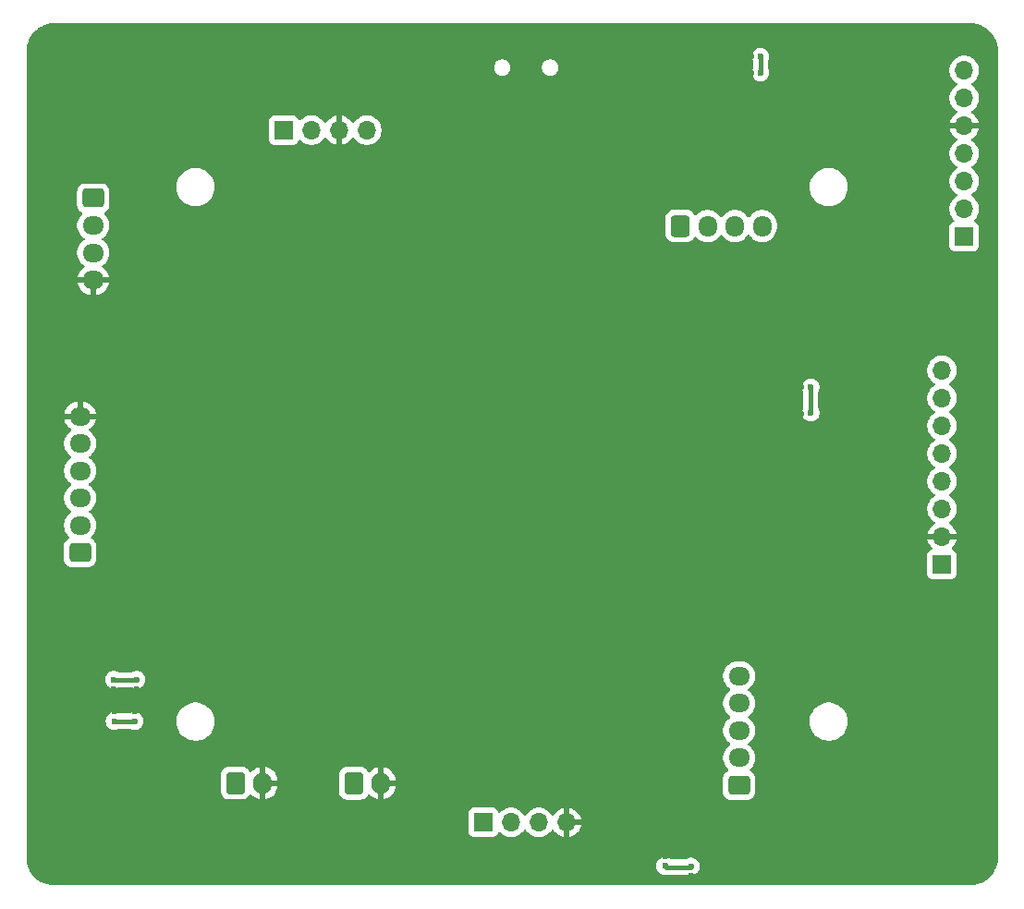
<source format=gbr>
%TF.GenerationSoftware,KiCad,Pcbnew,9.0.1*%
%TF.CreationDate,2025-05-06T13:11:29-06:00*%
%TF.ProjectId,2025_04_STM32F103_RobotBrain,32303235-5f30-4345-9f53-544d33324631,rev?*%
%TF.SameCoordinates,Original*%
%TF.FileFunction,Copper,L2,Bot*%
%TF.FilePolarity,Positive*%
%FSLAX46Y46*%
G04 Gerber Fmt 4.6, Leading zero omitted, Abs format (unit mm)*
G04 Created by KiCad (PCBNEW 9.0.1) date 2025-05-06 13:11:29*
%MOMM*%
%LPD*%
G01*
G04 APERTURE LIST*
G04 Aperture macros list*
%AMRoundRect*
0 Rectangle with rounded corners*
0 $1 Rounding radius*
0 $2 $3 $4 $5 $6 $7 $8 $9 X,Y pos of 4 corners*
0 Add a 4 corners polygon primitive as box body*
4,1,4,$2,$3,$4,$5,$6,$7,$8,$9,$2,$3,0*
0 Add four circle primitives for the rounded corners*
1,1,$1+$1,$2,$3*
1,1,$1+$1,$4,$5*
1,1,$1+$1,$6,$7*
1,1,$1+$1,$8,$9*
0 Add four rect primitives between the rounded corners*
20,1,$1+$1,$2,$3,$4,$5,0*
20,1,$1+$1,$4,$5,$6,$7,0*
20,1,$1+$1,$6,$7,$8,$9,0*
20,1,$1+$1,$8,$9,$2,$3,0*%
G04 Aperture macros list end*
%TA.AperFunction,ComponentPad*%
%ADD10RoundRect,0.250000X-0.600000X-0.750000X0.600000X-0.750000X0.600000X0.750000X-0.600000X0.750000X0*%
%TD*%
%TA.AperFunction,ComponentPad*%
%ADD11O,1.700000X2.000000*%
%TD*%
%TA.AperFunction,ComponentPad*%
%ADD12R,1.700000X1.700000*%
%TD*%
%TA.AperFunction,ComponentPad*%
%ADD13O,1.700000X1.700000*%
%TD*%
%TA.AperFunction,ComponentPad*%
%ADD14RoundRect,0.250000X0.725000X-0.600000X0.725000X0.600000X-0.725000X0.600000X-0.725000X-0.600000X0*%
%TD*%
%TA.AperFunction,ComponentPad*%
%ADD15O,1.950000X1.700000*%
%TD*%
%TA.AperFunction,ComponentPad*%
%ADD16RoundRect,0.250000X-0.725000X0.600000X-0.725000X-0.600000X0.725000X-0.600000X0.725000X0.600000X0*%
%TD*%
%TA.AperFunction,ComponentPad*%
%ADD17RoundRect,0.250000X-0.600000X-0.725000X0.600000X-0.725000X0.600000X0.725000X-0.600000X0.725000X0*%
%TD*%
%TA.AperFunction,ComponentPad*%
%ADD18O,1.700000X1.950000*%
%TD*%
%TA.AperFunction,ViaPad*%
%ADD19C,0.600000*%
%TD*%
%TA.AperFunction,Conductor*%
%ADD20C,0.381000*%
%TD*%
G04 APERTURE END LIST*
D10*
%TO.P,J6,1,Pin_1*%
%TO.N,+3V3*%
X122580000Y-99900000D03*
D11*
%TO.P,J6,2,Pin_2*%
%TO.N,GND*%
X125080000Y-99900000D03*
%TD*%
D12*
%TO.P,J9,1,Pin_1*%
%TO.N,+3V3*%
X178500000Y-49800000D03*
D13*
%TO.P,J9,2,Pin_2*%
%TO.N,/PS2_SCK*%
X178500000Y-47260000D03*
%TO.P,J9,3,Pin_3*%
%TO.N,unconnected-(J9-Pin_3-Pad3)*%
X178500000Y-44720000D03*
%TO.P,J9,4,Pin_4*%
%TO.N,/PS2_CS*%
X178500000Y-42180000D03*
%TO.P,J9,5,Pin_5*%
%TO.N,GND*%
X178500000Y-39640000D03*
%TO.P,J9,6,Pin_6*%
%TO.N,/PS2_MISO*%
X178500000Y-37100000D03*
%TO.P,J9,7,Pin_7*%
%TO.N,/PS2_MOSI*%
X178500000Y-34560000D03*
%TD*%
D14*
%TO.P,J8,1,Pin_1*%
%TO.N,/E2A*%
X157890000Y-100070000D03*
D15*
%TO.P,J8,2,Pin_2*%
%TO.N,/E2B*%
X157890000Y-97570000D03*
%TO.P,J8,3,Pin_3*%
%TO.N,/E1A*%
X157890000Y-95070000D03*
%TO.P,J8,4,Pin_4*%
%TO.N,/E1B*%
X157890000Y-92570000D03*
%TO.P,J8,5,Pin_5*%
%TO.N,/PWR_ADC*%
X157890000Y-90070000D03*
%TD*%
D12*
%TO.P,J2,1,Pin_1*%
%TO.N,+5V*%
X176465000Y-79835000D03*
D13*
%TO.P,J2,2,Pin_2*%
%TO.N,GND*%
X176465000Y-77295000D03*
%TO.P,J2,3,Pin_3*%
%TO.N,/IMU_I2C_SCL*%
X176465000Y-74755000D03*
%TO.P,J2,4,Pin_4*%
%TO.N,/IMU_I2C_SDA*%
X176465000Y-72215000D03*
%TO.P,J2,5,Pin_5*%
%TO.N,unconnected-(J2-Pin_5-Pad5)*%
X176465000Y-69675000D03*
%TO.P,J2,6,Pin_6*%
%TO.N,unconnected-(J2-Pin_6-Pad6)*%
X176465000Y-67135000D03*
%TO.P,J2,7,Pin_7*%
%TO.N,unconnected-(J2-Pin_7-Pad7)*%
X176465000Y-64595000D03*
%TO.P,J2,8,Pin_8*%
%TO.N,/IMU_INT*%
X176465000Y-62055000D03*
%TD*%
D12*
%TO.P,J4,1,Pin_1*%
%TO.N,+3V3*%
X116160000Y-40040000D03*
D13*
%TO.P,J4,2,Pin_2*%
%TO.N,/SWCLK*%
X118700000Y-40040000D03*
%TO.P,J4,3,Pin_3*%
%TO.N,GND*%
X121240000Y-40040000D03*
%TO.P,J4,4,Pin_4*%
%TO.N,/SWDIO*%
X123780000Y-40040000D03*
%TD*%
D16*
%TO.P,J11,1,Pin_1*%
%TO.N,+3V3*%
X98720000Y-46270000D03*
D15*
%TO.P,J11,2,Pin_2*%
%TO.N,/USER_TX*%
X98720000Y-48770000D03*
%TO.P,J11,3,Pin_3*%
%TO.N,/USER_RX*%
X98720000Y-51270000D03*
%TO.P,J11,4,Pin_4*%
%TO.N,GND*%
X98720000Y-53770000D03*
%TD*%
D12*
%TO.P,J3,1,Pin_1*%
%TO.N,+5V*%
X134460000Y-103485000D03*
D13*
%TO.P,J3,2,Pin_2*%
%TO.N,/ULTRA_TRIG*%
X137000000Y-103485000D03*
%TO.P,J3,3,Pin_3*%
%TO.N,/ULTRA_ECHO*%
X139540000Y-103485000D03*
%TO.P,J3,4,Pin_4*%
%TO.N,GND*%
X142080000Y-103485000D03*
%TD*%
D17*
%TO.P,J7,1,Pin_1*%
%TO.N,/AN2*%
X152500000Y-48825000D03*
D18*
%TO.P,J7,2,Pin_2*%
%TO.N,/AN1*%
X155000000Y-48825000D03*
%TO.P,J7,3,Pin_3*%
%TO.N,/BN2*%
X157500000Y-48825000D03*
%TO.P,J7,4,Pin_4*%
%TO.N,/BN1*%
X160000000Y-48825000D03*
%TD*%
D10*
%TO.P,J5,1,Pin_1*%
%TO.N,+5V*%
X111750000Y-99875000D03*
D11*
%TO.P,J5,2,Pin_2*%
%TO.N,GND*%
X114250000Y-99875000D03*
%TD*%
D14*
%TO.P,J10,1,Pin_1*%
%TO.N,+3V3*%
X97510000Y-78760000D03*
D15*
%TO.P,J10,2,Pin_2*%
%TO.N,/X1*%
X97510000Y-76260000D03*
%TO.P,J10,3,Pin_3*%
%TO.N,/X2*%
X97510000Y-73760000D03*
%TO.P,J10,4,Pin_4*%
%TO.N,/X3*%
X97510000Y-71260000D03*
%TO.P,J10,5,Pin_5*%
%TO.N,/X4*%
X97510000Y-68760000D03*
%TO.P,J10,6,Pin_6*%
%TO.N,GND*%
X97510000Y-66260000D03*
%TD*%
D19*
%TO.N,GND*%
X102700000Y-91300001D03*
X100600000Y-91300001D03*
X100700000Y-93300001D03*
X102550000Y-93300001D03*
X153500000Y-108400001D03*
X151150000Y-106600001D03*
X163550000Y-66050001D03*
X163550000Y-63600001D03*
X159049997Y-34767000D03*
X159049997Y-33300001D03*
%TO.N,+3V3*%
X159850000Y-34767000D03*
X159850000Y-33300001D03*
X164450000Y-65962000D03*
X102700000Y-90400000D03*
X100600000Y-90400000D03*
X164450000Y-63600000D03*
%TO.N,GND*%
X135300000Y-31060000D03*
X135310000Y-31970000D03*
X138320000Y-48630000D03*
X101550000Y-104940000D03*
X136780000Y-35480000D03*
X137200000Y-59890000D03*
X135310000Y-36460000D03*
X100250000Y-97140000D03*
X148430000Y-76280000D03*
X133260000Y-70570000D03*
X160490000Y-38990000D03*
X156300000Y-38970000D03*
X135310000Y-75730000D03*
X141240000Y-79920000D03*
X116610000Y-74610000D03*
X162820000Y-30550000D03*
X150070000Y-72380000D03*
X174000000Y-92900000D03*
X132070000Y-71580000D03*
X133640000Y-85390000D03*
X141410000Y-36420000D03*
X145110000Y-70690000D03*
X173350000Y-99580000D03*
X153880000Y-30560000D03*
X148580000Y-83950000D03*
X135220000Y-88640000D03*
X141420000Y-37150000D03*
X141430000Y-31900000D03*
X141430000Y-31090000D03*
X157700000Y-38950000D03*
X175680000Y-106180000D03*
X148460000Y-78570000D03*
X137960000Y-77270000D03*
X148070000Y-63560000D03*
X148400000Y-32585000D03*
X156420000Y-36240000D03*
X130690000Y-76070000D03*
X133510000Y-59260000D03*
X142390000Y-77290000D03*
X173990000Y-90010000D03*
X142300000Y-74080000D03*
X147470000Y-58420000D03*
X135310000Y-37250000D03*
X147170000Y-41280000D03*
%TO.N,+5V*%
X100650000Y-94200000D03*
X102532000Y-94200000D03*
X151097081Y-107482081D03*
X153473027Y-107523027D03*
%TD*%
D20*
%TO.N,+3V3*%
X159850000Y-33300001D02*
X159850000Y-34767000D01*
X164450000Y-63600000D02*
X164450000Y-65962000D01*
X102700000Y-90400000D02*
X100600000Y-90400000D01*
%TO.N,+5V*%
X151200001Y-107585001D02*
X153411053Y-107585001D01*
X151097081Y-107482081D02*
X151200001Y-107585001D01*
X102532000Y-94200000D02*
X100650000Y-94200000D01*
X153411053Y-107585001D02*
X153473027Y-107523027D01*
%TD*%
%TA.AperFunction,Conductor*%
%TO.N,GND*%
G36*
X179103736Y-30250727D02*
G01*
X179393796Y-30268272D01*
X179408657Y-30270076D01*
X179690797Y-30321781D01*
X179705334Y-30325364D01*
X179979182Y-30410699D01*
X179993163Y-30416001D01*
X180254732Y-30533724D01*
X180267987Y-30540681D01*
X180513458Y-30689072D01*
X180525776Y-30697574D01*
X180751573Y-30874474D01*
X180762781Y-30884404D01*
X180965595Y-31087219D01*
X180975525Y-31098427D01*
X181152422Y-31324218D01*
X181160928Y-31336541D01*
X181309315Y-31582004D01*
X181316274Y-31595263D01*
X181433996Y-31856832D01*
X181439305Y-31870833D01*
X181524634Y-32144664D01*
X181528218Y-32159202D01*
X181579922Y-32441340D01*
X181581727Y-32456205D01*
X181593124Y-32644620D01*
X181595513Y-32684110D01*
X181599274Y-32746274D01*
X181599500Y-32753761D01*
X181599500Y-106746250D01*
X181599274Y-106753737D01*
X181581728Y-107043795D01*
X181579923Y-107058660D01*
X181528219Y-107340798D01*
X181524635Y-107355336D01*
X181439304Y-107629175D01*
X181433994Y-107643177D01*
X181316277Y-107904731D01*
X181309319Y-107917989D01*
X181160928Y-108163459D01*
X181152422Y-108175782D01*
X180975525Y-108401573D01*
X180965595Y-108412781D01*
X180762781Y-108615596D01*
X180751573Y-108625526D01*
X180525782Y-108802422D01*
X180513458Y-108810928D01*
X180267987Y-108959319D01*
X180254730Y-108966277D01*
X179993176Y-109083994D01*
X179979174Y-109089304D01*
X179705335Y-109174635D01*
X179690797Y-109178219D01*
X179408659Y-109229923D01*
X179393794Y-109231728D01*
X179200701Y-109243408D01*
X179103712Y-109249275D01*
X179096240Y-109249501D01*
X95103752Y-109249501D01*
X95096265Y-109249275D01*
X94806205Y-109231729D01*
X94791340Y-109229924D01*
X94509202Y-109178220D01*
X94494664Y-109174636D01*
X94220832Y-109089307D01*
X94206831Y-109083998D01*
X93945263Y-108966276D01*
X93932004Y-108959317D01*
X93686540Y-108810929D01*
X93674217Y-108802423D01*
X93448426Y-108625527D01*
X93437218Y-108615597D01*
X93234403Y-108412782D01*
X93224473Y-108401574D01*
X93139226Y-108292765D01*
X93047572Y-108175777D01*
X93039074Y-108163466D01*
X92890679Y-107917989D01*
X92883724Y-107904737D01*
X92864153Y-107861253D01*
X92765999Y-107643163D01*
X92760692Y-107629167D01*
X92752186Y-107601871D01*
X92690288Y-107403234D01*
X150296581Y-107403234D01*
X150296581Y-107560927D01*
X150327342Y-107715570D01*
X150327345Y-107715582D01*
X150387683Y-107861253D01*
X150387690Y-107861266D01*
X150475291Y-107992369D01*
X150475294Y-107992373D01*
X150586788Y-108103867D01*
X150586792Y-108103870D01*
X150717895Y-108191471D01*
X150717908Y-108191478D01*
X150816745Y-108232417D01*
X150863584Y-108251818D01*
X151018234Y-108282580D01*
X151018237Y-108282581D01*
X151018239Y-108282581D01*
X151175924Y-108282581D01*
X151175924Y-108282580D01*
X151197023Y-108278384D01*
X151221215Y-108276001D01*
X151268058Y-108276001D01*
X153174396Y-108276001D01*
X153221844Y-108285438D01*
X153239530Y-108292764D01*
X153239535Y-108292765D01*
X153239538Y-108292766D01*
X153394180Y-108323526D01*
X153394183Y-108323527D01*
X153394185Y-108323527D01*
X153551871Y-108323527D01*
X153551872Y-108323526D01*
X153706524Y-108292764D01*
X153852206Y-108232421D01*
X153983316Y-108144816D01*
X154094816Y-108033316D01*
X154182421Y-107902206D01*
X154242764Y-107756524D01*
X154273527Y-107601869D01*
X154273527Y-107444185D01*
X154273527Y-107444182D01*
X154273526Y-107444180D01*
X154265381Y-107403234D01*
X154242764Y-107289530D01*
X154225802Y-107248579D01*
X154182424Y-107143854D01*
X154182417Y-107143841D01*
X154094816Y-107012738D01*
X154094813Y-107012734D01*
X153983319Y-106901240D01*
X153983315Y-106901237D01*
X153852212Y-106813636D01*
X153852199Y-106813629D01*
X153706528Y-106753291D01*
X153706516Y-106753288D01*
X153551872Y-106722527D01*
X153551869Y-106722527D01*
X153394185Y-106722527D01*
X153394182Y-106722527D01*
X153239537Y-106753288D01*
X153239525Y-106753291D01*
X153093854Y-106813629D01*
X153093842Y-106813636D01*
X153004845Y-106873103D01*
X152938168Y-106893981D01*
X152935954Y-106894001D01*
X151692442Y-106894001D01*
X151625403Y-106874316D01*
X151612365Y-106863809D01*
X151612080Y-106864157D01*
X151607369Y-106860291D01*
X151476266Y-106772690D01*
X151476253Y-106772683D01*
X151330582Y-106712345D01*
X151330570Y-106712342D01*
X151175926Y-106681581D01*
X151175923Y-106681581D01*
X151018239Y-106681581D01*
X151018236Y-106681581D01*
X150863591Y-106712342D01*
X150863579Y-106712345D01*
X150717908Y-106772683D01*
X150717895Y-106772690D01*
X150586792Y-106860291D01*
X150586788Y-106860294D01*
X150475294Y-106971788D01*
X150475291Y-106971792D01*
X150387690Y-107102895D01*
X150387683Y-107102908D01*
X150327345Y-107248579D01*
X150327342Y-107248591D01*
X150296581Y-107403234D01*
X92690288Y-107403234D01*
X92675362Y-107355335D01*
X92671779Y-107340798D01*
X92654879Y-107248579D01*
X92620074Y-107058658D01*
X92618270Y-107043795D01*
X92616391Y-107012738D01*
X92600726Y-106753752D01*
X92600500Y-106746265D01*
X92600500Y-102587135D01*
X133109500Y-102587135D01*
X133109500Y-104382870D01*
X133109501Y-104382876D01*
X133115908Y-104442483D01*
X133166202Y-104577328D01*
X133166206Y-104577335D01*
X133252452Y-104692544D01*
X133252455Y-104692547D01*
X133367664Y-104778793D01*
X133367671Y-104778797D01*
X133502517Y-104829091D01*
X133502516Y-104829091D01*
X133509444Y-104829835D01*
X133562127Y-104835500D01*
X135357872Y-104835499D01*
X135417483Y-104829091D01*
X135552331Y-104778796D01*
X135667546Y-104692546D01*
X135753796Y-104577331D01*
X135802810Y-104445916D01*
X135844681Y-104389984D01*
X135910145Y-104365566D01*
X135978418Y-104380417D01*
X136006673Y-104401569D01*
X136120213Y-104515109D01*
X136292179Y-104640048D01*
X136292181Y-104640049D01*
X136292184Y-104640051D01*
X136481588Y-104736557D01*
X136683757Y-104802246D01*
X136893713Y-104835500D01*
X136893714Y-104835500D01*
X137106286Y-104835500D01*
X137106287Y-104835500D01*
X137316243Y-104802246D01*
X137518412Y-104736557D01*
X137707816Y-104640051D01*
X137794138Y-104577335D01*
X137879786Y-104515109D01*
X137879788Y-104515106D01*
X137879792Y-104515104D01*
X138030104Y-104364792D01*
X138030106Y-104364788D01*
X138030109Y-104364786D01*
X138155048Y-104192820D01*
X138155047Y-104192820D01*
X138155051Y-104192816D01*
X138159514Y-104184054D01*
X138207488Y-104133259D01*
X138275308Y-104116463D01*
X138341444Y-104138999D01*
X138380486Y-104184056D01*
X138384951Y-104192820D01*
X138509890Y-104364786D01*
X138660213Y-104515109D01*
X138832179Y-104640048D01*
X138832181Y-104640049D01*
X138832184Y-104640051D01*
X139021588Y-104736557D01*
X139223757Y-104802246D01*
X139433713Y-104835500D01*
X139433714Y-104835500D01*
X139646286Y-104835500D01*
X139646287Y-104835500D01*
X139856243Y-104802246D01*
X140058412Y-104736557D01*
X140247816Y-104640051D01*
X140334138Y-104577335D01*
X140419786Y-104515109D01*
X140419788Y-104515106D01*
X140419792Y-104515104D01*
X140570104Y-104364792D01*
X140570106Y-104364788D01*
X140570109Y-104364786D01*
X140695048Y-104192820D01*
X140695051Y-104192816D01*
X140699793Y-104183508D01*
X140747763Y-104132711D01*
X140815583Y-104115911D01*
X140881719Y-104138445D01*
X140920763Y-104183500D01*
X140925377Y-104192555D01*
X141050272Y-104364459D01*
X141050276Y-104364464D01*
X141200535Y-104514723D01*
X141200540Y-104514727D01*
X141372442Y-104639620D01*
X141561782Y-104736095D01*
X141763871Y-104801757D01*
X141830000Y-104812231D01*
X141830000Y-103918012D01*
X141887007Y-103950925D01*
X142014174Y-103985000D01*
X142145826Y-103985000D01*
X142272993Y-103950925D01*
X142330000Y-103918012D01*
X142330000Y-104812230D01*
X142396126Y-104801757D01*
X142396129Y-104801757D01*
X142598217Y-104736095D01*
X142787557Y-104639620D01*
X142959459Y-104514727D01*
X142959464Y-104514723D01*
X143109723Y-104364464D01*
X143109727Y-104364459D01*
X143234620Y-104192557D01*
X143331095Y-104003217D01*
X143396757Y-103801129D01*
X143396757Y-103801126D01*
X143407231Y-103735000D01*
X142513012Y-103735000D01*
X142545925Y-103677993D01*
X142580000Y-103550826D01*
X142580000Y-103419174D01*
X142545925Y-103292007D01*
X142513012Y-103235000D01*
X143407231Y-103235000D01*
X143396757Y-103168873D01*
X143396757Y-103168870D01*
X143331095Y-102966782D01*
X143234620Y-102777442D01*
X143109727Y-102605540D01*
X143109723Y-102605535D01*
X142959464Y-102455276D01*
X142959459Y-102455272D01*
X142787557Y-102330379D01*
X142598215Y-102233903D01*
X142396124Y-102168241D01*
X142330000Y-102157768D01*
X142330000Y-103051988D01*
X142272993Y-103019075D01*
X142145826Y-102985000D01*
X142014174Y-102985000D01*
X141887007Y-103019075D01*
X141830000Y-103051988D01*
X141830000Y-102157768D01*
X141829999Y-102157768D01*
X141763875Y-102168241D01*
X141561784Y-102233903D01*
X141372442Y-102330379D01*
X141200540Y-102455272D01*
X141200535Y-102455276D01*
X141050276Y-102605535D01*
X141050272Y-102605540D01*
X140925378Y-102777443D01*
X140920762Y-102786502D01*
X140872784Y-102837295D01*
X140804963Y-102854087D01*
X140738829Y-102831546D01*
X140699794Y-102786493D01*
X140695051Y-102777184D01*
X140695049Y-102777181D01*
X140695048Y-102777179D01*
X140570109Y-102605213D01*
X140419786Y-102454890D01*
X140247820Y-102329951D01*
X140058414Y-102233444D01*
X140058413Y-102233443D01*
X140058412Y-102233443D01*
X139856243Y-102167754D01*
X139856241Y-102167753D01*
X139856240Y-102167753D01*
X139694957Y-102142208D01*
X139646287Y-102134500D01*
X139433713Y-102134500D01*
X139385042Y-102142208D01*
X139223760Y-102167753D01*
X139021585Y-102233444D01*
X138832179Y-102329951D01*
X138660213Y-102454890D01*
X138509890Y-102605213D01*
X138384949Y-102777182D01*
X138380484Y-102785946D01*
X138332509Y-102836742D01*
X138264688Y-102853536D01*
X138198553Y-102830998D01*
X138159516Y-102785946D01*
X138155050Y-102777182D01*
X138030109Y-102605213D01*
X137879786Y-102454890D01*
X137707820Y-102329951D01*
X137518414Y-102233444D01*
X137518413Y-102233443D01*
X137518412Y-102233443D01*
X137316243Y-102167754D01*
X137316241Y-102167753D01*
X137316240Y-102167753D01*
X137154957Y-102142208D01*
X137106287Y-102134500D01*
X136893713Y-102134500D01*
X136845042Y-102142208D01*
X136683760Y-102167753D01*
X136481585Y-102233444D01*
X136292179Y-102329951D01*
X136120215Y-102454889D01*
X136006673Y-102568431D01*
X135945350Y-102601915D01*
X135875658Y-102596931D01*
X135819725Y-102555059D01*
X135802810Y-102524082D01*
X135753797Y-102392671D01*
X135753793Y-102392664D01*
X135667547Y-102277455D01*
X135667544Y-102277452D01*
X135552335Y-102191206D01*
X135552328Y-102191202D01*
X135417482Y-102140908D01*
X135417483Y-102140908D01*
X135357883Y-102134501D01*
X135357881Y-102134500D01*
X135357873Y-102134500D01*
X135357864Y-102134500D01*
X133562129Y-102134500D01*
X133562123Y-102134501D01*
X133502516Y-102140908D01*
X133367671Y-102191202D01*
X133367664Y-102191206D01*
X133252455Y-102277452D01*
X133252452Y-102277455D01*
X133166206Y-102392664D01*
X133166202Y-102392671D01*
X133115908Y-102527517D01*
X133109501Y-102587116D01*
X133109500Y-102587135D01*
X92600500Y-102587135D01*
X92600500Y-99074983D01*
X110399500Y-99074983D01*
X110399500Y-100675001D01*
X110399501Y-100675018D01*
X110410000Y-100777796D01*
X110410001Y-100777799D01*
X110465185Y-100944331D01*
X110465186Y-100944334D01*
X110557288Y-101093656D01*
X110681344Y-101217712D01*
X110830666Y-101309814D01*
X110997203Y-101364999D01*
X111099991Y-101375500D01*
X112400008Y-101375499D01*
X112502797Y-101364999D01*
X112669334Y-101309814D01*
X112818656Y-101217712D01*
X112942712Y-101093656D01*
X113034814Y-100944334D01*
X113034814Y-100944331D01*
X113038448Y-100938441D01*
X113090395Y-100891716D01*
X113159358Y-100880493D01*
X113223440Y-100908336D01*
X113231668Y-100915856D01*
X113370535Y-101054723D01*
X113370540Y-101054727D01*
X113542442Y-101179620D01*
X113731782Y-101276095D01*
X113933871Y-101341757D01*
X114000000Y-101352231D01*
X114000000Y-100308012D01*
X114057007Y-100340925D01*
X114184174Y-100375000D01*
X114315826Y-100375000D01*
X114442993Y-100340925D01*
X114500000Y-100308012D01*
X114500000Y-101352230D01*
X114566126Y-101341757D01*
X114566129Y-101341757D01*
X114768217Y-101276095D01*
X114957557Y-101179620D01*
X115129459Y-101054727D01*
X115129464Y-101054723D01*
X115279723Y-100904464D01*
X115279727Y-100904459D01*
X115404620Y-100732557D01*
X115501095Y-100543217D01*
X115566757Y-100341130D01*
X115566757Y-100341127D01*
X115600000Y-100131246D01*
X115600000Y-100125000D01*
X114683012Y-100125000D01*
X114715925Y-100067993D01*
X114750000Y-99940826D01*
X114750000Y-99809174D01*
X114715925Y-99682007D01*
X114683012Y-99625000D01*
X115600000Y-99625000D01*
X115600000Y-99618753D01*
X115566757Y-99408872D01*
X115566757Y-99408869D01*
X115501094Y-99206780D01*
X115473758Y-99153130D01*
X115473757Y-99153129D01*
X115446677Y-99099983D01*
X121229500Y-99099983D01*
X121229500Y-100700001D01*
X121229501Y-100700018D01*
X121240000Y-100802796D01*
X121240001Y-100802799D01*
X121273690Y-100904464D01*
X121295186Y-100969334D01*
X121387288Y-101118656D01*
X121511344Y-101242712D01*
X121660666Y-101334814D01*
X121827203Y-101389999D01*
X121929991Y-101400500D01*
X123230008Y-101400499D01*
X123332797Y-101389999D01*
X123499334Y-101334814D01*
X123648656Y-101242712D01*
X123772712Y-101118656D01*
X123864814Y-100969334D01*
X123864814Y-100969331D01*
X123868448Y-100963441D01*
X123920395Y-100916716D01*
X123989358Y-100905493D01*
X124053440Y-100933336D01*
X124061668Y-100940856D01*
X124200535Y-101079723D01*
X124200540Y-101079727D01*
X124372442Y-101204620D01*
X124561782Y-101301095D01*
X124763871Y-101366757D01*
X124830000Y-101377231D01*
X124830000Y-100333012D01*
X124887007Y-100365925D01*
X125014174Y-100400000D01*
X125145826Y-100400000D01*
X125272993Y-100365925D01*
X125330000Y-100333012D01*
X125330000Y-101377230D01*
X125396126Y-101366757D01*
X125396129Y-101366757D01*
X125598217Y-101301095D01*
X125787557Y-101204620D01*
X125959459Y-101079727D01*
X125959464Y-101079723D01*
X126109723Y-100929464D01*
X126109727Y-100929459D01*
X126234620Y-100757557D01*
X126331095Y-100568217D01*
X126396757Y-100366130D01*
X126396757Y-100366127D01*
X126430000Y-100156246D01*
X126430000Y-100150000D01*
X125513012Y-100150000D01*
X125545925Y-100092993D01*
X125580000Y-99965826D01*
X125580000Y-99834174D01*
X125545925Y-99707007D01*
X125513012Y-99650000D01*
X126430000Y-99650000D01*
X126430000Y-99643753D01*
X126396757Y-99433872D01*
X126396757Y-99433869D01*
X126331095Y-99231782D01*
X126234620Y-99042442D01*
X126109727Y-98870540D01*
X126109723Y-98870535D01*
X125959464Y-98720276D01*
X125959459Y-98720272D01*
X125787557Y-98595379D01*
X125598215Y-98498903D01*
X125396124Y-98433241D01*
X125330000Y-98422768D01*
X125330000Y-99466988D01*
X125272993Y-99434075D01*
X125145826Y-99400000D01*
X125014174Y-99400000D01*
X124887007Y-99434075D01*
X124830000Y-99466988D01*
X124830000Y-98422768D01*
X124829999Y-98422768D01*
X124763875Y-98433241D01*
X124561784Y-98498903D01*
X124372442Y-98595379D01*
X124200541Y-98720271D01*
X124061668Y-98859144D01*
X124000345Y-98892628D01*
X123930653Y-98887644D01*
X123874720Y-98845772D01*
X123868448Y-98836558D01*
X123799670Y-98725051D01*
X123772712Y-98681344D01*
X123648656Y-98557288D01*
X123499334Y-98465186D01*
X123332797Y-98410001D01*
X123332795Y-98410000D01*
X123230010Y-98399500D01*
X121929998Y-98399500D01*
X121929981Y-98399501D01*
X121827203Y-98410000D01*
X121827200Y-98410001D01*
X121660668Y-98465185D01*
X121660663Y-98465187D01*
X121511342Y-98557289D01*
X121387289Y-98681342D01*
X121295187Y-98830663D01*
X121295185Y-98830668D01*
X121276305Y-98887644D01*
X121240001Y-98997203D01*
X121240001Y-98997204D01*
X121240000Y-98997204D01*
X121229500Y-99099983D01*
X115446677Y-99099983D01*
X115404620Y-99017442D01*
X115279727Y-98845540D01*
X115279723Y-98845535D01*
X115129464Y-98695276D01*
X115129459Y-98695272D01*
X114957557Y-98570379D01*
X114768215Y-98473903D01*
X114566124Y-98408241D01*
X114500000Y-98397768D01*
X114500000Y-99441988D01*
X114442993Y-99409075D01*
X114315826Y-99375000D01*
X114184174Y-99375000D01*
X114057007Y-99409075D01*
X114000000Y-99441988D01*
X114000000Y-98397768D01*
X113999999Y-98397768D01*
X113933875Y-98408241D01*
X113731784Y-98473903D01*
X113542442Y-98570379D01*
X113370541Y-98695271D01*
X113231668Y-98834144D01*
X113170345Y-98867628D01*
X113100653Y-98862644D01*
X113044720Y-98820772D01*
X113038448Y-98811558D01*
X112985272Y-98725346D01*
X112942712Y-98656344D01*
X112818656Y-98532288D01*
X112669334Y-98440186D01*
X112502797Y-98385001D01*
X112502795Y-98385000D01*
X112400010Y-98374500D01*
X111099998Y-98374500D01*
X111099981Y-98374501D01*
X110997203Y-98385000D01*
X110997200Y-98385001D01*
X110830668Y-98440185D01*
X110830663Y-98440187D01*
X110681342Y-98532289D01*
X110557289Y-98656342D01*
X110465187Y-98805663D01*
X110465185Y-98805668D01*
X110443689Y-98870540D01*
X110410001Y-98972203D01*
X110410001Y-98972204D01*
X110410000Y-98972204D01*
X110399500Y-99074983D01*
X92600500Y-99074983D01*
X92600500Y-94121153D01*
X99849500Y-94121153D01*
X99849500Y-94278846D01*
X99880261Y-94433489D01*
X99880264Y-94433501D01*
X99940602Y-94579172D01*
X99940609Y-94579185D01*
X100028210Y-94710288D01*
X100028213Y-94710292D01*
X100139707Y-94821786D01*
X100139711Y-94821789D01*
X100270814Y-94909390D01*
X100270827Y-94909397D01*
X100416498Y-94969735D01*
X100416503Y-94969737D01*
X100547992Y-94995892D01*
X100571153Y-95000499D01*
X100571156Y-95000500D01*
X100571158Y-95000500D01*
X100728844Y-95000500D01*
X100728845Y-95000499D01*
X100883497Y-94969737D01*
X101029179Y-94909394D01*
X101029188Y-94909387D01*
X101034553Y-94906521D01*
X101035705Y-94908676D01*
X101092131Y-94891019D01*
X101094323Y-94891000D01*
X102087677Y-94891000D01*
X102146509Y-94908275D01*
X102147447Y-94906521D01*
X102152815Y-94909390D01*
X102152821Y-94909394D01*
X102152827Y-94909396D01*
X102152828Y-94909397D01*
X102292446Y-94967228D01*
X102298503Y-94969737D01*
X102429992Y-94995892D01*
X102453153Y-95000499D01*
X102453156Y-95000500D01*
X102453158Y-95000500D01*
X102610844Y-95000500D01*
X102610845Y-95000499D01*
X102765497Y-94969737D01*
X102878166Y-94923067D01*
X102911172Y-94909397D01*
X102911172Y-94909396D01*
X102911179Y-94909394D01*
X103042289Y-94821789D01*
X103153789Y-94710289D01*
X103241394Y-94579179D01*
X103301737Y-94433497D01*
X103332500Y-94278842D01*
X103332500Y-94135259D01*
X106349500Y-94135259D01*
X106349500Y-94364742D01*
X106374100Y-94551585D01*
X106379452Y-94592239D01*
X106411083Y-94710288D01*
X106438842Y-94813888D01*
X106526650Y-95025877D01*
X106526656Y-95025889D01*
X106613487Y-95176286D01*
X106641392Y-95224618D01*
X106781081Y-95406662D01*
X106781089Y-95406671D01*
X106943330Y-95568912D01*
X106943338Y-95568919D01*
X107125382Y-95708608D01*
X107125385Y-95708609D01*
X107125388Y-95708612D01*
X107324112Y-95823345D01*
X107324117Y-95823347D01*
X107324123Y-95823350D01*
X107415480Y-95861191D01*
X107536113Y-95911159D01*
X107757762Y-95970549D01*
X107985266Y-96000501D01*
X107985273Y-96000501D01*
X108214727Y-96000501D01*
X108214734Y-96000501D01*
X108442238Y-95970549D01*
X108663887Y-95911159D01*
X108875888Y-95823345D01*
X109074612Y-95708612D01*
X109256661Y-95568920D01*
X109256665Y-95568915D01*
X109256670Y-95568912D01*
X109418911Y-95406671D01*
X109418914Y-95406666D01*
X109418919Y-95406662D01*
X109558611Y-95224613D01*
X109673344Y-95025889D01*
X109761158Y-94813888D01*
X109820548Y-94592239D01*
X109850500Y-94364735D01*
X109850500Y-94135267D01*
X109820548Y-93907763D01*
X109761158Y-93686114D01*
X109687787Y-93508981D01*
X109673349Y-93474124D01*
X109673346Y-93474118D01*
X109673344Y-93474113D01*
X109558611Y-93275389D01*
X109558608Y-93275386D01*
X109558607Y-93275383D01*
X109418918Y-93093339D01*
X109418911Y-93093331D01*
X109256670Y-92931090D01*
X109256661Y-92931082D01*
X109074617Y-92791393D01*
X108875890Y-92676658D01*
X108875876Y-92676651D01*
X108663887Y-92588843D01*
X108442238Y-92529453D01*
X108404215Y-92524447D01*
X108214741Y-92499501D01*
X108214734Y-92499501D01*
X107985266Y-92499501D01*
X107985258Y-92499501D01*
X107768715Y-92528010D01*
X107757762Y-92529453D01*
X107664076Y-92554555D01*
X107536112Y-92588843D01*
X107324123Y-92676651D01*
X107324109Y-92676658D01*
X107125382Y-92791393D01*
X106943338Y-92931082D01*
X106781081Y-93093339D01*
X106641392Y-93275383D01*
X106526657Y-93474110D01*
X106526650Y-93474124D01*
X106438842Y-93686113D01*
X106379453Y-93907760D01*
X106379451Y-93907771D01*
X106349500Y-94135259D01*
X103332500Y-94135259D01*
X103332500Y-94121158D01*
X103332500Y-94121155D01*
X103332499Y-94121153D01*
X103316335Y-94039894D01*
X103301737Y-93966503D01*
X103277410Y-93907771D01*
X103241397Y-93820827D01*
X103241390Y-93820814D01*
X103153789Y-93689711D01*
X103153786Y-93689707D01*
X103042292Y-93578213D01*
X103042288Y-93578210D01*
X102911185Y-93490609D01*
X102911172Y-93490602D01*
X102765501Y-93430264D01*
X102765489Y-93430261D01*
X102610845Y-93399500D01*
X102610842Y-93399500D01*
X102453158Y-93399500D01*
X102453155Y-93399500D01*
X102298510Y-93430261D01*
X102298498Y-93430264D01*
X102152828Y-93490602D01*
X102147447Y-93493479D01*
X102146294Y-93491323D01*
X102089869Y-93508981D01*
X102087677Y-93509000D01*
X101094323Y-93509000D01*
X101035490Y-93491724D01*
X101034553Y-93493479D01*
X101029181Y-93490607D01*
X101029179Y-93490606D01*
X101029176Y-93490605D01*
X101029171Y-93490602D01*
X100883501Y-93430264D01*
X100883489Y-93430261D01*
X100728845Y-93399500D01*
X100728842Y-93399500D01*
X100571158Y-93399500D01*
X100571155Y-93399500D01*
X100416510Y-93430261D01*
X100416498Y-93430264D01*
X100270827Y-93490602D01*
X100270814Y-93490609D01*
X100139711Y-93578210D01*
X100139707Y-93578213D01*
X100028213Y-93689707D01*
X100028210Y-93689711D01*
X99940609Y-93820814D01*
X99940602Y-93820827D01*
X99880264Y-93966498D01*
X99880261Y-93966510D01*
X99849500Y-94121153D01*
X92600500Y-94121153D01*
X92600500Y-90321153D01*
X99799500Y-90321153D01*
X99799500Y-90478846D01*
X99830261Y-90633489D01*
X99830264Y-90633501D01*
X99890602Y-90779172D01*
X99890609Y-90779185D01*
X99978210Y-90910288D01*
X99978213Y-90910292D01*
X100089707Y-91021786D01*
X100089711Y-91021789D01*
X100220814Y-91109390D01*
X100220827Y-91109397D01*
X100366498Y-91169735D01*
X100366503Y-91169737D01*
X100521153Y-91200499D01*
X100521156Y-91200500D01*
X100521158Y-91200500D01*
X100678844Y-91200500D01*
X100678845Y-91200499D01*
X100833497Y-91169737D01*
X100979179Y-91109394D01*
X100979188Y-91109387D01*
X100984553Y-91106521D01*
X100985705Y-91108676D01*
X101042131Y-91091019D01*
X101044323Y-91091000D01*
X102255677Y-91091000D01*
X102314509Y-91108275D01*
X102315447Y-91106521D01*
X102320815Y-91109390D01*
X102320821Y-91109394D01*
X102466503Y-91169737D01*
X102621153Y-91200499D01*
X102621156Y-91200500D01*
X102621158Y-91200500D01*
X102778844Y-91200500D01*
X102778845Y-91200499D01*
X102933497Y-91169737D01*
X103079179Y-91109394D01*
X103210289Y-91021789D01*
X103321789Y-90910289D01*
X103409394Y-90779179D01*
X103469737Y-90633497D01*
X103500500Y-90478842D01*
X103500500Y-90321158D01*
X103500500Y-90321155D01*
X103500499Y-90321153D01*
X103469738Y-90166510D01*
X103469737Y-90166503D01*
X103469735Y-90166498D01*
X103409394Y-90020820D01*
X103371236Y-89963713D01*
X156414500Y-89963713D01*
X156414500Y-90176286D01*
X156437444Y-90321153D01*
X156447754Y-90386243D01*
X156477841Y-90478842D01*
X156513444Y-90588414D01*
X156609951Y-90777820D01*
X156734890Y-90949786D01*
X156885209Y-91100105D01*
X156885214Y-91100109D01*
X157049793Y-91219682D01*
X157092459Y-91275011D01*
X157098438Y-91344625D01*
X157065833Y-91406420D01*
X157049793Y-91420318D01*
X156885214Y-91539890D01*
X156885209Y-91539894D01*
X156734890Y-91690213D01*
X156609951Y-91862179D01*
X156513444Y-92051585D01*
X156447753Y-92253760D01*
X156414500Y-92463713D01*
X156414500Y-92676286D01*
X156447753Y-92886239D01*
X156513444Y-93088414D01*
X156609951Y-93277820D01*
X156734890Y-93449786D01*
X156885209Y-93600105D01*
X156885214Y-93600109D01*
X157049793Y-93719682D01*
X157092459Y-93775011D01*
X157098438Y-93844625D01*
X157065833Y-93906420D01*
X157049793Y-93920318D01*
X156885214Y-94039890D01*
X156885209Y-94039894D01*
X156734890Y-94190213D01*
X156609951Y-94362179D01*
X156513444Y-94551585D01*
X156447753Y-94753760D01*
X156423217Y-94908676D01*
X156414500Y-94963713D01*
X156414500Y-95176287D01*
X156447754Y-95386243D01*
X156507109Y-95568919D01*
X156513444Y-95588414D01*
X156609951Y-95777820D01*
X156734890Y-95949786D01*
X156885209Y-96100105D01*
X156885214Y-96100109D01*
X157049793Y-96219682D01*
X157092459Y-96275011D01*
X157098438Y-96344625D01*
X157065833Y-96406420D01*
X157049793Y-96420318D01*
X156885214Y-96539890D01*
X156885209Y-96539894D01*
X156734890Y-96690213D01*
X156609951Y-96862179D01*
X156513444Y-97051585D01*
X156447753Y-97253760D01*
X156414500Y-97463713D01*
X156414500Y-97676286D01*
X156447753Y-97886239D01*
X156513444Y-98088414D01*
X156609951Y-98277820D01*
X156734890Y-98449786D01*
X156873705Y-98588601D01*
X156907190Y-98649924D01*
X156902206Y-98719616D01*
X156860334Y-98775549D01*
X156851121Y-98781821D01*
X156696342Y-98877289D01*
X156572289Y-99001342D01*
X156480187Y-99150663D01*
X156480185Y-99150668D01*
X156461592Y-99206780D01*
X156425001Y-99317203D01*
X156425001Y-99317204D01*
X156425000Y-99317204D01*
X156414500Y-99419983D01*
X156414500Y-100720001D01*
X156414501Y-100720018D01*
X156425000Y-100822796D01*
X156425001Y-100822799D01*
X156464122Y-100940856D01*
X156480186Y-100989334D01*
X156572288Y-101138656D01*
X156696344Y-101262712D01*
X156845666Y-101354814D01*
X157012203Y-101409999D01*
X157114991Y-101420500D01*
X158665008Y-101420499D01*
X158767797Y-101409999D01*
X158934334Y-101354814D01*
X159083656Y-101262712D01*
X159207712Y-101138656D01*
X159299814Y-100989334D01*
X159354999Y-100822797D01*
X159365500Y-100720009D01*
X159365499Y-99419992D01*
X159354999Y-99317203D01*
X159299814Y-99150666D01*
X159207712Y-99001344D01*
X159083656Y-98877288D01*
X158934334Y-98785186D01*
X158934333Y-98785185D01*
X158928878Y-98781821D01*
X158882154Y-98729873D01*
X158870931Y-98660910D01*
X158898775Y-98596828D01*
X158906272Y-98588623D01*
X159045104Y-98449792D01*
X159052083Y-98440187D01*
X159170048Y-98277820D01*
X159170047Y-98277820D01*
X159170051Y-98277816D01*
X159266557Y-98088412D01*
X159332246Y-97886243D01*
X159365500Y-97676287D01*
X159365500Y-97463713D01*
X159332246Y-97253757D01*
X159266557Y-97051588D01*
X159170051Y-96862184D01*
X159170049Y-96862181D01*
X159170048Y-96862179D01*
X159045109Y-96690213D01*
X158894792Y-96539896D01*
X158894784Y-96539890D01*
X158730204Y-96420316D01*
X158687540Y-96364989D01*
X158681561Y-96295376D01*
X158714166Y-96233580D01*
X158730199Y-96219686D01*
X158894792Y-96100104D01*
X159045104Y-95949792D01*
X159045106Y-95949788D01*
X159045109Y-95949786D01*
X159170048Y-95777820D01*
X159170047Y-95777820D01*
X159170051Y-95777816D01*
X159266557Y-95588412D01*
X159332246Y-95386243D01*
X159365500Y-95176287D01*
X159365500Y-94963713D01*
X159332246Y-94753757D01*
X159266557Y-94551588D01*
X159170051Y-94362184D01*
X159170049Y-94362181D01*
X159170048Y-94362179D01*
X159055193Y-94204093D01*
X159045109Y-94190214D01*
X159045105Y-94190209D01*
X158990155Y-94135259D01*
X164349500Y-94135259D01*
X164349500Y-94364742D01*
X164374100Y-94551585D01*
X164379452Y-94592239D01*
X164411083Y-94710288D01*
X164438842Y-94813888D01*
X164526650Y-95025877D01*
X164526656Y-95025889D01*
X164613487Y-95176286D01*
X164641392Y-95224618D01*
X164781081Y-95406662D01*
X164781089Y-95406671D01*
X164943330Y-95568912D01*
X164943338Y-95568919D01*
X165125382Y-95708608D01*
X165125385Y-95708609D01*
X165125388Y-95708612D01*
X165324112Y-95823345D01*
X165324117Y-95823347D01*
X165324123Y-95823350D01*
X165415480Y-95861191D01*
X165536113Y-95911159D01*
X165757762Y-95970549D01*
X165985266Y-96000501D01*
X165985273Y-96000501D01*
X166214727Y-96000501D01*
X166214734Y-96000501D01*
X166442238Y-95970549D01*
X166663887Y-95911159D01*
X166875888Y-95823345D01*
X167074612Y-95708612D01*
X167256661Y-95568920D01*
X167256665Y-95568915D01*
X167256670Y-95568912D01*
X167418911Y-95406671D01*
X167418914Y-95406666D01*
X167418919Y-95406662D01*
X167558611Y-95224613D01*
X167673344Y-95025889D01*
X167761158Y-94813888D01*
X167820548Y-94592239D01*
X167850500Y-94364735D01*
X167850500Y-94135267D01*
X167820548Y-93907763D01*
X167761158Y-93686114D01*
X167687787Y-93508981D01*
X167673349Y-93474124D01*
X167673346Y-93474118D01*
X167673344Y-93474113D01*
X167558611Y-93275389D01*
X167558608Y-93275386D01*
X167558607Y-93275383D01*
X167418918Y-93093339D01*
X167418911Y-93093331D01*
X167256670Y-92931090D01*
X167256661Y-92931082D01*
X167074617Y-92791393D01*
X166875890Y-92676658D01*
X166875876Y-92676651D01*
X166663887Y-92588843D01*
X166442238Y-92529453D01*
X166404215Y-92524447D01*
X166214741Y-92499501D01*
X166214734Y-92499501D01*
X165985266Y-92499501D01*
X165985258Y-92499501D01*
X165768715Y-92528010D01*
X165757762Y-92529453D01*
X165664076Y-92554555D01*
X165536112Y-92588843D01*
X165324123Y-92676651D01*
X165324109Y-92676658D01*
X165125382Y-92791393D01*
X164943338Y-92931082D01*
X164781081Y-93093339D01*
X164641392Y-93275383D01*
X164526657Y-93474110D01*
X164526650Y-93474124D01*
X164438842Y-93686113D01*
X164379453Y-93907760D01*
X164379451Y-93907771D01*
X164349500Y-94135259D01*
X158990155Y-94135259D01*
X158894792Y-94039896D01*
X158884520Y-94032433D01*
X158730204Y-93920316D01*
X158687540Y-93864989D01*
X158681561Y-93795376D01*
X158714166Y-93733580D01*
X158730199Y-93719686D01*
X158894792Y-93600104D01*
X159045104Y-93449792D01*
X159045106Y-93449788D01*
X159045109Y-93449786D01*
X159170048Y-93277820D01*
X159170047Y-93277820D01*
X159170051Y-93277816D01*
X159266557Y-93088412D01*
X159332246Y-92886243D01*
X159365500Y-92676287D01*
X159365500Y-92463713D01*
X159332246Y-92253757D01*
X159266557Y-92051588D01*
X159170051Y-91862184D01*
X159170049Y-91862181D01*
X159170048Y-91862179D01*
X159045109Y-91690213D01*
X158894792Y-91539896D01*
X158894784Y-91539890D01*
X158730204Y-91420316D01*
X158687540Y-91364989D01*
X158681561Y-91295376D01*
X158714166Y-91233580D01*
X158730199Y-91219686D01*
X158894792Y-91100104D01*
X159045104Y-90949792D01*
X159045106Y-90949788D01*
X159045109Y-90949786D01*
X159170048Y-90777820D01*
X159170047Y-90777820D01*
X159170051Y-90777816D01*
X159266557Y-90588412D01*
X159332246Y-90386243D01*
X159365500Y-90176287D01*
X159365500Y-89963713D01*
X159332246Y-89753757D01*
X159266557Y-89551588D01*
X159170051Y-89362184D01*
X159170049Y-89362181D01*
X159170048Y-89362179D01*
X159045109Y-89190213D01*
X158894786Y-89039890D01*
X158722820Y-88914951D01*
X158533414Y-88818444D01*
X158533413Y-88818443D01*
X158533412Y-88818443D01*
X158331243Y-88752754D01*
X158331241Y-88752753D01*
X158331240Y-88752753D01*
X158169957Y-88727208D01*
X158121287Y-88719500D01*
X157658713Y-88719500D01*
X157610042Y-88727208D01*
X157448760Y-88752753D01*
X157246585Y-88818444D01*
X157057179Y-88914951D01*
X156885213Y-89039890D01*
X156734890Y-89190213D01*
X156609951Y-89362179D01*
X156513444Y-89551585D01*
X156513443Y-89551587D01*
X156513443Y-89551588D01*
X156480598Y-89652672D01*
X156447753Y-89753760D01*
X156414500Y-89963713D01*
X103371236Y-89963713D01*
X103321789Y-89889711D01*
X103321786Y-89889707D01*
X103210292Y-89778213D01*
X103210288Y-89778210D01*
X103079185Y-89690609D01*
X103079172Y-89690602D01*
X102933501Y-89630264D01*
X102933489Y-89630261D01*
X102778845Y-89599500D01*
X102778842Y-89599500D01*
X102621158Y-89599500D01*
X102621155Y-89599500D01*
X102466510Y-89630261D01*
X102466498Y-89630264D01*
X102320828Y-89690602D01*
X102315447Y-89693479D01*
X102314294Y-89691323D01*
X102257869Y-89708981D01*
X102255677Y-89709000D01*
X101044323Y-89709000D01*
X100985490Y-89691724D01*
X100984553Y-89693479D01*
X100979181Y-89690607D01*
X100979179Y-89690606D01*
X100979176Y-89690605D01*
X100979171Y-89690602D01*
X100833501Y-89630264D01*
X100833489Y-89630261D01*
X100678845Y-89599500D01*
X100678842Y-89599500D01*
X100521158Y-89599500D01*
X100521155Y-89599500D01*
X100366510Y-89630261D01*
X100366498Y-89630264D01*
X100220827Y-89690602D01*
X100220814Y-89690609D01*
X100089711Y-89778210D01*
X100089707Y-89778213D01*
X99978213Y-89889707D01*
X99978210Y-89889711D01*
X99890609Y-90020814D01*
X99890602Y-90020827D01*
X99830264Y-90166498D01*
X99830261Y-90166510D01*
X99799500Y-90321153D01*
X92600500Y-90321153D01*
X92600500Y-68653713D01*
X96034500Y-68653713D01*
X96034500Y-68866286D01*
X96067753Y-69076239D01*
X96133444Y-69278414D01*
X96229951Y-69467820D01*
X96354890Y-69639786D01*
X96505209Y-69790105D01*
X96505214Y-69790109D01*
X96669793Y-69909682D01*
X96712459Y-69965011D01*
X96718438Y-70034625D01*
X96685833Y-70096420D01*
X96669793Y-70110318D01*
X96505214Y-70229890D01*
X96505209Y-70229894D01*
X96354890Y-70380213D01*
X96229951Y-70552179D01*
X96133444Y-70741585D01*
X96067753Y-70943760D01*
X96034500Y-71153713D01*
X96034500Y-71366286D01*
X96067753Y-71576239D01*
X96133444Y-71778414D01*
X96229951Y-71967820D01*
X96354890Y-72139786D01*
X96505209Y-72290105D01*
X96505214Y-72290109D01*
X96669793Y-72409682D01*
X96712459Y-72465011D01*
X96718438Y-72534625D01*
X96685833Y-72596420D01*
X96669793Y-72610318D01*
X96505214Y-72729890D01*
X96505209Y-72729894D01*
X96354890Y-72880213D01*
X96229951Y-73052179D01*
X96133444Y-73241585D01*
X96067753Y-73443760D01*
X96034500Y-73653713D01*
X96034500Y-73866286D01*
X96063150Y-74047179D01*
X96067754Y-74076243D01*
X96119853Y-74236588D01*
X96133444Y-74278414D01*
X96229951Y-74467820D01*
X96354890Y-74639786D01*
X96505209Y-74790105D01*
X96505214Y-74790109D01*
X96669793Y-74909682D01*
X96712459Y-74965011D01*
X96718438Y-75034625D01*
X96685833Y-75096420D01*
X96669793Y-75110318D01*
X96505214Y-75229890D01*
X96505209Y-75229894D01*
X96354890Y-75380213D01*
X96229951Y-75552179D01*
X96133444Y-75741585D01*
X96067753Y-75943760D01*
X96042136Y-76105500D01*
X96034500Y-76153713D01*
X96034500Y-76366287D01*
X96067754Y-76576243D01*
X96132913Y-76776782D01*
X96133444Y-76778414D01*
X96229951Y-76967820D01*
X96354890Y-77139786D01*
X96493705Y-77278601D01*
X96527190Y-77339924D01*
X96522206Y-77409616D01*
X96480334Y-77465549D01*
X96471121Y-77471821D01*
X96316342Y-77567289D01*
X96192289Y-77691342D01*
X96100187Y-77840663D01*
X96100186Y-77840666D01*
X96045001Y-78007203D01*
X96045001Y-78007204D01*
X96045000Y-78007204D01*
X96034500Y-78109983D01*
X96034500Y-79410001D01*
X96034501Y-79410018D01*
X96045000Y-79512796D01*
X96045001Y-79512799D01*
X96100185Y-79679331D01*
X96100186Y-79679334D01*
X96192288Y-79828656D01*
X96316344Y-79952712D01*
X96465666Y-80044814D01*
X96632203Y-80099999D01*
X96734991Y-80110500D01*
X98285008Y-80110499D01*
X98387797Y-80099999D01*
X98554334Y-80044814D01*
X98703656Y-79952712D01*
X98827712Y-79828656D01*
X98919814Y-79679334D01*
X98974999Y-79512797D01*
X98985500Y-79410009D01*
X98985499Y-78742671D01*
X98985499Y-78109998D01*
X98985498Y-78109981D01*
X98974999Y-78007203D01*
X98974998Y-78007200D01*
X98973459Y-78002557D01*
X98919814Y-77840666D01*
X98827712Y-77691344D01*
X98703656Y-77567288D01*
X98554334Y-77475186D01*
X98554333Y-77475185D01*
X98548878Y-77471821D01*
X98502154Y-77419873D01*
X98490931Y-77350910D01*
X98518775Y-77286828D01*
X98526272Y-77278623D01*
X98665104Y-77139792D01*
X98790051Y-76967816D01*
X98886557Y-76778412D01*
X98952246Y-76576243D01*
X98985500Y-76366287D01*
X98985500Y-76153713D01*
X98952246Y-75943757D01*
X98886557Y-75741588D01*
X98790051Y-75552184D01*
X98790049Y-75552181D01*
X98790048Y-75552179D01*
X98665109Y-75380213D01*
X98514792Y-75229896D01*
X98514784Y-75229890D01*
X98350204Y-75110316D01*
X98307540Y-75054989D01*
X98301561Y-74985376D01*
X98334166Y-74923580D01*
X98350199Y-74909686D01*
X98514792Y-74790104D01*
X98665104Y-74639792D01*
X98665106Y-74639788D01*
X98665109Y-74639786D01*
X98790048Y-74467820D01*
X98790047Y-74467820D01*
X98790051Y-74467816D01*
X98886557Y-74278412D01*
X98952246Y-74076243D01*
X98985500Y-73866287D01*
X98985500Y-73653713D01*
X98952246Y-73443757D01*
X98886557Y-73241588D01*
X98790051Y-73052184D01*
X98790049Y-73052181D01*
X98790048Y-73052179D01*
X98665109Y-72880213D01*
X98514792Y-72729896D01*
X98514784Y-72729890D01*
X98350204Y-72610316D01*
X98307540Y-72554989D01*
X98301561Y-72485376D01*
X98334166Y-72423580D01*
X98350199Y-72409686D01*
X98514792Y-72290104D01*
X98665104Y-72139792D01*
X98665106Y-72139788D01*
X98665109Y-72139786D01*
X98790048Y-71967820D01*
X98790047Y-71967820D01*
X98790051Y-71967816D01*
X98886557Y-71778412D01*
X98952246Y-71576243D01*
X98985500Y-71366287D01*
X98985500Y-71153713D01*
X98952246Y-70943757D01*
X98886557Y-70741588D01*
X98790051Y-70552184D01*
X98790049Y-70552181D01*
X98790048Y-70552179D01*
X98665109Y-70380213D01*
X98514792Y-70229896D01*
X98464578Y-70193414D01*
X98350204Y-70110316D01*
X98307540Y-70054989D01*
X98301561Y-69985376D01*
X98334166Y-69923580D01*
X98350199Y-69909686D01*
X98514792Y-69790104D01*
X98665104Y-69639792D01*
X98665106Y-69639788D01*
X98665109Y-69639786D01*
X98790048Y-69467820D01*
X98790047Y-69467820D01*
X98790051Y-69467816D01*
X98886557Y-69278412D01*
X98952246Y-69076243D01*
X98985500Y-68866287D01*
X98985500Y-68653713D01*
X98952246Y-68443757D01*
X98886557Y-68241588D01*
X98790051Y-68052184D01*
X98790049Y-68052181D01*
X98790048Y-68052179D01*
X98665109Y-67880213D01*
X98514790Y-67729894D01*
X98514785Y-67729890D01*
X98349781Y-67610008D01*
X98307115Y-67554678D01*
X98301136Y-67485065D01*
X98333741Y-67423270D01*
X98349781Y-67409371D01*
X98514466Y-67289721D01*
X98664723Y-67139464D01*
X98664727Y-67139459D01*
X98789620Y-66967557D01*
X98886095Y-66778217D01*
X98951757Y-66576129D01*
X98951757Y-66576126D01*
X98962231Y-66510000D01*
X97914146Y-66510000D01*
X97952630Y-66443343D01*
X97985000Y-66322535D01*
X97985000Y-66197465D01*
X97952630Y-66076657D01*
X97914146Y-66010000D01*
X98962231Y-66010000D01*
X98951757Y-65943873D01*
X98951757Y-65943870D01*
X98886095Y-65741782D01*
X98789620Y-65552442D01*
X98664727Y-65380540D01*
X98664723Y-65380535D01*
X98514464Y-65230276D01*
X98514459Y-65230272D01*
X98342557Y-65105379D01*
X98153217Y-65008904D01*
X97951128Y-64943242D01*
X97760000Y-64912969D01*
X97760000Y-65855854D01*
X97693343Y-65817370D01*
X97572535Y-65785000D01*
X97447465Y-65785000D01*
X97326657Y-65817370D01*
X97260000Y-65855854D01*
X97260000Y-64912969D01*
X97068872Y-64943242D01*
X97068869Y-64943242D01*
X96866782Y-65008904D01*
X96677442Y-65105379D01*
X96505540Y-65230272D01*
X96505535Y-65230276D01*
X96355276Y-65380535D01*
X96355272Y-65380540D01*
X96230379Y-65552442D01*
X96133904Y-65741782D01*
X96068242Y-65943870D01*
X96068242Y-65943873D01*
X96057769Y-66010000D01*
X97105854Y-66010000D01*
X97067370Y-66076657D01*
X97035000Y-66197465D01*
X97035000Y-66322535D01*
X97067370Y-66443343D01*
X97105854Y-66510000D01*
X96057769Y-66510000D01*
X96068242Y-66576126D01*
X96068242Y-66576129D01*
X96133904Y-66778217D01*
X96230379Y-66967557D01*
X96355272Y-67139459D01*
X96355276Y-67139464D01*
X96505535Y-67289723D01*
X96505540Y-67289727D01*
X96670218Y-67409372D01*
X96712884Y-67464701D01*
X96718863Y-67534315D01*
X96686258Y-67596110D01*
X96670218Y-67610008D01*
X96505214Y-67729890D01*
X96505209Y-67729894D01*
X96354890Y-67880213D01*
X96229951Y-68052179D01*
X96133444Y-68241585D01*
X96067753Y-68443760D01*
X96034500Y-68653713D01*
X92600500Y-68653713D01*
X92600500Y-63521153D01*
X163649500Y-63521153D01*
X163649500Y-63678846D01*
X163680261Y-63833489D01*
X163680264Y-63833501D01*
X163740603Y-63979174D01*
X163743475Y-63984546D01*
X163741317Y-63985699D01*
X163758980Y-64042108D01*
X163759000Y-64044322D01*
X163759000Y-65517677D01*
X163741724Y-65576509D01*
X163743479Y-65577447D01*
X163740602Y-65582828D01*
X163680264Y-65728498D01*
X163680261Y-65728510D01*
X163649500Y-65883153D01*
X163649500Y-66040846D01*
X163680261Y-66195489D01*
X163680264Y-66195501D01*
X163740602Y-66341172D01*
X163740609Y-66341185D01*
X163828210Y-66472288D01*
X163828213Y-66472292D01*
X163939707Y-66583786D01*
X163939711Y-66583789D01*
X164070814Y-66671390D01*
X164070827Y-66671397D01*
X164216498Y-66731735D01*
X164216503Y-66731737D01*
X164371153Y-66762499D01*
X164371156Y-66762500D01*
X164371158Y-66762500D01*
X164528844Y-66762500D01*
X164528845Y-66762499D01*
X164683497Y-66731737D01*
X164829179Y-66671394D01*
X164960289Y-66583789D01*
X165071789Y-66472289D01*
X165159394Y-66341179D01*
X165219737Y-66195497D01*
X165250500Y-66040842D01*
X165250500Y-65883158D01*
X165250500Y-65883155D01*
X165250499Y-65883153D01*
X165245832Y-65859692D01*
X165219737Y-65728503D01*
X165159394Y-65582821D01*
X165159390Y-65582815D01*
X165156521Y-65577447D01*
X165158676Y-65576294D01*
X165141019Y-65519869D01*
X165141000Y-65517677D01*
X165141000Y-64044322D01*
X165158277Y-63985482D01*
X165156525Y-63984546D01*
X165159390Y-63979184D01*
X165159394Y-63979179D01*
X165219737Y-63833497D01*
X165250500Y-63678842D01*
X165250500Y-63521158D01*
X165250500Y-63521155D01*
X165250499Y-63521153D01*
X165234346Y-63439949D01*
X165219737Y-63366503D01*
X165202546Y-63325000D01*
X165159397Y-63220827D01*
X165159390Y-63220814D01*
X165071789Y-63089711D01*
X165071786Y-63089707D01*
X164960292Y-62978213D01*
X164960288Y-62978210D01*
X164829185Y-62890609D01*
X164829172Y-62890602D01*
X164683501Y-62830264D01*
X164683489Y-62830261D01*
X164528845Y-62799500D01*
X164528842Y-62799500D01*
X164371158Y-62799500D01*
X164371155Y-62799500D01*
X164216510Y-62830261D01*
X164216498Y-62830264D01*
X164070827Y-62890602D01*
X164070814Y-62890609D01*
X163939711Y-62978210D01*
X163939707Y-62978213D01*
X163828213Y-63089707D01*
X163828210Y-63089711D01*
X163740609Y-63220814D01*
X163740602Y-63220827D01*
X163680264Y-63366498D01*
X163680261Y-63366510D01*
X163649500Y-63521153D01*
X92600500Y-63521153D01*
X92600500Y-61948713D01*
X175114500Y-61948713D01*
X175114500Y-62161286D01*
X175147753Y-62371239D01*
X175213444Y-62573414D01*
X175309951Y-62762820D01*
X175434890Y-62934786D01*
X175585213Y-63085109D01*
X175757182Y-63210050D01*
X175765946Y-63214516D01*
X175816742Y-63262491D01*
X175833536Y-63330312D01*
X175810998Y-63396447D01*
X175765946Y-63435484D01*
X175757182Y-63439949D01*
X175585213Y-63564890D01*
X175434890Y-63715213D01*
X175309951Y-63887179D01*
X175213444Y-64076585D01*
X175147753Y-64278760D01*
X175114500Y-64488713D01*
X175114500Y-64701286D01*
X175147753Y-64911239D01*
X175213444Y-65113414D01*
X175309951Y-65302820D01*
X175434890Y-65474786D01*
X175585213Y-65625109D01*
X175757182Y-65750050D01*
X175765946Y-65754516D01*
X175816742Y-65802491D01*
X175833536Y-65870312D01*
X175810998Y-65936447D01*
X175765946Y-65975484D01*
X175757182Y-65979949D01*
X175585213Y-66104890D01*
X175434890Y-66255213D01*
X175309951Y-66427179D01*
X175213444Y-66616585D01*
X175147753Y-66818760D01*
X175114500Y-67028713D01*
X175114500Y-67241286D01*
X175141142Y-67409500D01*
X175147754Y-67451243D01*
X175197696Y-67604949D01*
X175213444Y-67653414D01*
X175309951Y-67842820D01*
X175434890Y-68014786D01*
X175585213Y-68165109D01*
X175757182Y-68290050D01*
X175765946Y-68294516D01*
X175816742Y-68342491D01*
X175833536Y-68410312D01*
X175810998Y-68476447D01*
X175765946Y-68515484D01*
X175757182Y-68519949D01*
X175585213Y-68644890D01*
X175434890Y-68795213D01*
X175309951Y-68967179D01*
X175213444Y-69156585D01*
X175147753Y-69358760D01*
X175130480Y-69467820D01*
X175114500Y-69568713D01*
X175114500Y-69781287D01*
X175115897Y-69790105D01*
X175146824Y-69985376D01*
X175147754Y-69991243D01*
X175186444Y-70110319D01*
X175213444Y-70193414D01*
X175309951Y-70382820D01*
X175434890Y-70554786D01*
X175585213Y-70705109D01*
X175757182Y-70830050D01*
X175765946Y-70834516D01*
X175816742Y-70882491D01*
X175833536Y-70950312D01*
X175810998Y-71016447D01*
X175765946Y-71055484D01*
X175757182Y-71059949D01*
X175585213Y-71184890D01*
X175434890Y-71335213D01*
X175309951Y-71507179D01*
X175213444Y-71696585D01*
X175147753Y-71898760D01*
X175136816Y-71967816D01*
X175114500Y-72108713D01*
X175114500Y-72321287D01*
X175147754Y-72531243D01*
X175173447Y-72610319D01*
X175213444Y-72733414D01*
X175309951Y-72922820D01*
X175434890Y-73094786D01*
X175585213Y-73245109D01*
X175757182Y-73370050D01*
X175765946Y-73374516D01*
X175816742Y-73422491D01*
X175833536Y-73490312D01*
X175810998Y-73556447D01*
X175765946Y-73595484D01*
X175757182Y-73599949D01*
X175585213Y-73724890D01*
X175434890Y-73875213D01*
X175309951Y-74047179D01*
X175213444Y-74236585D01*
X175213443Y-74236587D01*
X175213443Y-74236588D01*
X175199853Y-74278414D01*
X175147753Y-74438760D01*
X175114500Y-74648713D01*
X175114500Y-74861286D01*
X175145179Y-75054989D01*
X175147754Y-75071243D01*
X175160450Y-75110318D01*
X175213444Y-75273414D01*
X175309951Y-75462820D01*
X175434890Y-75634786D01*
X175585213Y-75785109D01*
X175757179Y-75910048D01*
X175757181Y-75910049D01*
X175757184Y-75910051D01*
X175766493Y-75914794D01*
X175817290Y-75962766D01*
X175834087Y-76030587D01*
X175811552Y-76096722D01*
X175766502Y-76135762D01*
X175757443Y-76140378D01*
X175585540Y-76265272D01*
X175585535Y-76265276D01*
X175435276Y-76415535D01*
X175435272Y-76415540D01*
X175310379Y-76587442D01*
X175213904Y-76776782D01*
X175148242Y-76978870D01*
X175148242Y-76978873D01*
X175137769Y-77045000D01*
X176031988Y-77045000D01*
X175999075Y-77102007D01*
X175965000Y-77229174D01*
X175965000Y-77360826D01*
X175999075Y-77487993D01*
X176031988Y-77545000D01*
X175137769Y-77545000D01*
X175148242Y-77611126D01*
X175148242Y-77611129D01*
X175213904Y-77813217D01*
X175310379Y-78002557D01*
X175435272Y-78174459D01*
X175435276Y-78174464D01*
X175548946Y-78288134D01*
X175582431Y-78349457D01*
X175577447Y-78419149D01*
X175535575Y-78475082D01*
X175504598Y-78491997D01*
X175372671Y-78541202D01*
X175372664Y-78541206D01*
X175257455Y-78627452D01*
X175257452Y-78627455D01*
X175171206Y-78742664D01*
X175171202Y-78742671D01*
X175120908Y-78877517D01*
X175114857Y-78933805D01*
X175114501Y-78937123D01*
X175114500Y-78937135D01*
X175114500Y-80732870D01*
X175114501Y-80732876D01*
X175120908Y-80792483D01*
X175171202Y-80927328D01*
X175171206Y-80927335D01*
X175257452Y-81042544D01*
X175257455Y-81042547D01*
X175372664Y-81128793D01*
X175372671Y-81128797D01*
X175507517Y-81179091D01*
X175507516Y-81179091D01*
X175514444Y-81179835D01*
X175567127Y-81185500D01*
X177362872Y-81185499D01*
X177422483Y-81179091D01*
X177557331Y-81128796D01*
X177672546Y-81042546D01*
X177758796Y-80927331D01*
X177809091Y-80792483D01*
X177815500Y-80732873D01*
X177815499Y-78937128D01*
X177809091Y-78877517D01*
X177758796Y-78742669D01*
X177758795Y-78742668D01*
X177758793Y-78742664D01*
X177672547Y-78627455D01*
X177672544Y-78627452D01*
X177557335Y-78541206D01*
X177557328Y-78541202D01*
X177425401Y-78491997D01*
X177369467Y-78450126D01*
X177345050Y-78384662D01*
X177359902Y-78316389D01*
X177381053Y-78288133D01*
X177494728Y-78174458D01*
X177619620Y-78002557D01*
X177716095Y-77813217D01*
X177781757Y-77611129D01*
X177781757Y-77611126D01*
X177792231Y-77545000D01*
X176898012Y-77545000D01*
X176930925Y-77487993D01*
X176965000Y-77360826D01*
X176965000Y-77229174D01*
X176930925Y-77102007D01*
X176898012Y-77045000D01*
X177792231Y-77045000D01*
X177781757Y-76978873D01*
X177781757Y-76978870D01*
X177716095Y-76776782D01*
X177619620Y-76587442D01*
X177494727Y-76415540D01*
X177494723Y-76415535D01*
X177344464Y-76265276D01*
X177344459Y-76265272D01*
X177172555Y-76140377D01*
X177163500Y-76135763D01*
X177112706Y-76087788D01*
X177095912Y-76019966D01*
X177118451Y-75953832D01*
X177163508Y-75914793D01*
X177172816Y-75910051D01*
X177252007Y-75852515D01*
X177344786Y-75785109D01*
X177344788Y-75785106D01*
X177344792Y-75785104D01*
X177495104Y-75634792D01*
X177495106Y-75634788D01*
X177495109Y-75634786D01*
X177620048Y-75462820D01*
X177620047Y-75462820D01*
X177620051Y-75462816D01*
X177716557Y-75273412D01*
X177782246Y-75071243D01*
X177815500Y-74861287D01*
X177815500Y-74648713D01*
X177782246Y-74438757D01*
X177716557Y-74236588D01*
X177620051Y-74047184D01*
X177620049Y-74047181D01*
X177620048Y-74047179D01*
X177495109Y-73875213D01*
X177344786Y-73724890D01*
X177172820Y-73599951D01*
X177172115Y-73599591D01*
X177164054Y-73595485D01*
X177113259Y-73547512D01*
X177096463Y-73479692D01*
X177118999Y-73413556D01*
X177164054Y-73374515D01*
X177172816Y-73370051D01*
X177194789Y-73354086D01*
X177344786Y-73245109D01*
X177344788Y-73245106D01*
X177344792Y-73245104D01*
X177495104Y-73094792D01*
X177495106Y-73094788D01*
X177495109Y-73094786D01*
X177620048Y-72922820D01*
X177620047Y-72922820D01*
X177620051Y-72922816D01*
X177716557Y-72733412D01*
X177782246Y-72531243D01*
X177815500Y-72321287D01*
X177815500Y-72108713D01*
X177782246Y-71898757D01*
X177716557Y-71696588D01*
X177620051Y-71507184D01*
X177620049Y-71507181D01*
X177620048Y-71507179D01*
X177495109Y-71335213D01*
X177344786Y-71184890D01*
X177172820Y-71059951D01*
X177172115Y-71059591D01*
X177164054Y-71055485D01*
X177113259Y-71007512D01*
X177096463Y-70939692D01*
X177118999Y-70873556D01*
X177164054Y-70834515D01*
X177172816Y-70830051D01*
X177294580Y-70741585D01*
X177344786Y-70705109D01*
X177344788Y-70705106D01*
X177344792Y-70705104D01*
X177495104Y-70554792D01*
X177495106Y-70554788D01*
X177495109Y-70554786D01*
X177620048Y-70382820D01*
X177620047Y-70382820D01*
X177620051Y-70382816D01*
X177716557Y-70193412D01*
X177782246Y-69991243D01*
X177815500Y-69781287D01*
X177815500Y-69568713D01*
X177782246Y-69358757D01*
X177716557Y-69156588D01*
X177620051Y-68967184D01*
X177620049Y-68967181D01*
X177620048Y-68967179D01*
X177495109Y-68795213D01*
X177344786Y-68644890D01*
X177172820Y-68519951D01*
X177172115Y-68519591D01*
X177164054Y-68515485D01*
X177113259Y-68467512D01*
X177096463Y-68399692D01*
X177118999Y-68333556D01*
X177164054Y-68294515D01*
X177172816Y-68290051D01*
X177239524Y-68241585D01*
X177344786Y-68165109D01*
X177344788Y-68165106D01*
X177344792Y-68165104D01*
X177495104Y-68014792D01*
X177495106Y-68014788D01*
X177495109Y-68014786D01*
X177620048Y-67842820D01*
X177620047Y-67842820D01*
X177620051Y-67842816D01*
X177716557Y-67653412D01*
X177782246Y-67451243D01*
X177815500Y-67241287D01*
X177815500Y-67028713D01*
X177782246Y-66818757D01*
X177716557Y-66616588D01*
X177620051Y-66427184D01*
X177620049Y-66427181D01*
X177620048Y-66427179D01*
X177495109Y-66255213D01*
X177344786Y-66104890D01*
X177172820Y-65979951D01*
X177172115Y-65979591D01*
X177164054Y-65975485D01*
X177113259Y-65927512D01*
X177096463Y-65859692D01*
X177118999Y-65793556D01*
X177164054Y-65754515D01*
X177172816Y-65750051D01*
X177202465Y-65728510D01*
X177344786Y-65625109D01*
X177344788Y-65625106D01*
X177344792Y-65625104D01*
X177495104Y-65474792D01*
X177495106Y-65474788D01*
X177495109Y-65474786D01*
X177620048Y-65302820D01*
X177620047Y-65302820D01*
X177620051Y-65302816D01*
X177716557Y-65113412D01*
X177782246Y-64911243D01*
X177815500Y-64701287D01*
X177815500Y-64488713D01*
X177782246Y-64278757D01*
X177716557Y-64076588D01*
X177620051Y-63887184D01*
X177620049Y-63887181D01*
X177620048Y-63887179D01*
X177495109Y-63715213D01*
X177344786Y-63564890D01*
X177172820Y-63439951D01*
X177172115Y-63439591D01*
X177164054Y-63435485D01*
X177113259Y-63387512D01*
X177096463Y-63319692D01*
X177118999Y-63253556D01*
X177164054Y-63214515D01*
X177172816Y-63210051D01*
X177194789Y-63194086D01*
X177344786Y-63085109D01*
X177344788Y-63085106D01*
X177344792Y-63085104D01*
X177495104Y-62934792D01*
X177495106Y-62934788D01*
X177495109Y-62934786D01*
X177620048Y-62762820D01*
X177620047Y-62762820D01*
X177620051Y-62762816D01*
X177716557Y-62573412D01*
X177782246Y-62371243D01*
X177815500Y-62161287D01*
X177815500Y-61948713D01*
X177782246Y-61738757D01*
X177716557Y-61536588D01*
X177620051Y-61347184D01*
X177620049Y-61347181D01*
X177620048Y-61347179D01*
X177495109Y-61175213D01*
X177344786Y-61024890D01*
X177172820Y-60899951D01*
X176983414Y-60803444D01*
X176983413Y-60803443D01*
X176983412Y-60803443D01*
X176781243Y-60737754D01*
X176781241Y-60737753D01*
X176781240Y-60737753D01*
X176619957Y-60712208D01*
X176571287Y-60704500D01*
X176358713Y-60704500D01*
X176310042Y-60712208D01*
X176148760Y-60737753D01*
X175946585Y-60803444D01*
X175757179Y-60899951D01*
X175585213Y-61024890D01*
X175434890Y-61175213D01*
X175309951Y-61347179D01*
X175213444Y-61536585D01*
X175147753Y-61738760D01*
X175114500Y-61948713D01*
X92600500Y-61948713D01*
X92600500Y-45619983D01*
X97244500Y-45619983D01*
X97244500Y-46920001D01*
X97244501Y-46920018D01*
X97255000Y-47022796D01*
X97255001Y-47022799D01*
X97310185Y-47189331D01*
X97310187Y-47189336D01*
X97402289Y-47338657D01*
X97526344Y-47462712D01*
X97681120Y-47558178D01*
X97727845Y-47610126D01*
X97739068Y-47679088D01*
X97711224Y-47743171D01*
X97703706Y-47751398D01*
X97564889Y-47890215D01*
X97439951Y-48062179D01*
X97343444Y-48251585D01*
X97277753Y-48453760D01*
X97244500Y-48663713D01*
X97244500Y-48876286D01*
X97277753Y-49086239D01*
X97343444Y-49288414D01*
X97439951Y-49477820D01*
X97564890Y-49649786D01*
X97715209Y-49800105D01*
X97715214Y-49800109D01*
X97879793Y-49919682D01*
X97922459Y-49975011D01*
X97928438Y-50044625D01*
X97895833Y-50106420D01*
X97879793Y-50120318D01*
X97715214Y-50239890D01*
X97715209Y-50239894D01*
X97564890Y-50390213D01*
X97439951Y-50562179D01*
X97343444Y-50751585D01*
X97277753Y-50953760D01*
X97244500Y-51163713D01*
X97244500Y-51376286D01*
X97277753Y-51586239D01*
X97343444Y-51788414D01*
X97439951Y-51977820D01*
X97564890Y-52149786D01*
X97715209Y-52300105D01*
X97715214Y-52300109D01*
X97880218Y-52419991D01*
X97922884Y-52475320D01*
X97928863Y-52544934D01*
X97896258Y-52606729D01*
X97880218Y-52620627D01*
X97715540Y-52740272D01*
X97715535Y-52740276D01*
X97565276Y-52890535D01*
X97565272Y-52890540D01*
X97440379Y-53062442D01*
X97343904Y-53251782D01*
X97278242Y-53453870D01*
X97278242Y-53453873D01*
X97267769Y-53520000D01*
X98315854Y-53520000D01*
X98277370Y-53586657D01*
X98245000Y-53707465D01*
X98245000Y-53832535D01*
X98277370Y-53953343D01*
X98315854Y-54020000D01*
X97267769Y-54020000D01*
X97278242Y-54086126D01*
X97278242Y-54086129D01*
X97343904Y-54288217D01*
X97440379Y-54477557D01*
X97565272Y-54649459D01*
X97565276Y-54649464D01*
X97715535Y-54799723D01*
X97715540Y-54799727D01*
X97887442Y-54924620D01*
X98076782Y-55021095D01*
X98278872Y-55086757D01*
X98470000Y-55117029D01*
X98470000Y-54174145D01*
X98536657Y-54212630D01*
X98657465Y-54245000D01*
X98782535Y-54245000D01*
X98903343Y-54212630D01*
X98970000Y-54174145D01*
X98970000Y-55117028D01*
X99161127Y-55086757D01*
X99363217Y-55021095D01*
X99552557Y-54924620D01*
X99724459Y-54799727D01*
X99724464Y-54799723D01*
X99874723Y-54649464D01*
X99874727Y-54649459D01*
X99999620Y-54477557D01*
X100096095Y-54288217D01*
X100161757Y-54086129D01*
X100161757Y-54086126D01*
X100172231Y-54020000D01*
X99124146Y-54020000D01*
X99162630Y-53953343D01*
X99195000Y-53832535D01*
X99195000Y-53707465D01*
X99162630Y-53586657D01*
X99124146Y-53520000D01*
X100172231Y-53520000D01*
X100161757Y-53453873D01*
X100161757Y-53453870D01*
X100096095Y-53251782D01*
X99999620Y-53062442D01*
X99874727Y-52890540D01*
X99874723Y-52890535D01*
X99724464Y-52740276D01*
X99724459Y-52740272D01*
X99559781Y-52620627D01*
X99517115Y-52565297D01*
X99511136Y-52495684D01*
X99543741Y-52433889D01*
X99559776Y-52419994D01*
X99724792Y-52300104D01*
X99875104Y-52149792D01*
X99875106Y-52149788D01*
X99875109Y-52149786D01*
X100000048Y-51977820D01*
X100000047Y-51977820D01*
X100000051Y-51977816D01*
X100096557Y-51788412D01*
X100162246Y-51586243D01*
X100195500Y-51376287D01*
X100195500Y-51163713D01*
X100162246Y-50953757D01*
X100096557Y-50751588D01*
X100000051Y-50562184D01*
X100000049Y-50562181D01*
X100000048Y-50562179D01*
X99875109Y-50390213D01*
X99724792Y-50239896D01*
X99717794Y-50234812D01*
X99560204Y-50120316D01*
X99517540Y-50064989D01*
X99511561Y-49995376D01*
X99544166Y-49933580D01*
X99560199Y-49919686D01*
X99724792Y-49800104D01*
X99875104Y-49649792D01*
X99875106Y-49649788D01*
X99875109Y-49649786D01*
X100000048Y-49477820D01*
X100000047Y-49477820D01*
X100000051Y-49477816D01*
X100096557Y-49288412D01*
X100162246Y-49086243D01*
X100195500Y-48876287D01*
X100195500Y-48663713D01*
X100162246Y-48453757D01*
X100096557Y-48251588D01*
X100000051Y-48062184D01*
X100000050Y-48062182D01*
X99991187Y-48049983D01*
X151149500Y-48049983D01*
X151149500Y-49600001D01*
X151149501Y-49600018D01*
X151160000Y-49702796D01*
X151160001Y-49702799D01*
X151205894Y-49841294D01*
X151215186Y-49869334D01*
X151307288Y-50018656D01*
X151431344Y-50142712D01*
X151580666Y-50234814D01*
X151747203Y-50289999D01*
X151849991Y-50300500D01*
X153150008Y-50300499D01*
X153252797Y-50289999D01*
X153419334Y-50234814D01*
X153568656Y-50142712D01*
X153692712Y-50018656D01*
X153784814Y-49869334D01*
X153784814Y-49869331D01*
X153788178Y-49863879D01*
X153840126Y-49817154D01*
X153909088Y-49805931D01*
X153973170Y-49833774D01*
X153981398Y-49841294D01*
X154120213Y-49980109D01*
X154292179Y-50105048D01*
X154292181Y-50105049D01*
X154292184Y-50105051D01*
X154481588Y-50201557D01*
X154683757Y-50267246D01*
X154893713Y-50300500D01*
X154893714Y-50300500D01*
X155106286Y-50300500D01*
X155106287Y-50300500D01*
X155316243Y-50267246D01*
X155518412Y-50201557D01*
X155707816Y-50105051D01*
X155790986Y-50044625D01*
X155879786Y-49980109D01*
X155879788Y-49980106D01*
X155879792Y-49980104D01*
X156030104Y-49829792D01*
X156149683Y-49665204D01*
X156205011Y-49622540D01*
X156274624Y-49616561D01*
X156336420Y-49649166D01*
X156350313Y-49665199D01*
X156448326Y-49800103D01*
X156469896Y-49829792D01*
X156620213Y-49980109D01*
X156792179Y-50105048D01*
X156792181Y-50105049D01*
X156792184Y-50105051D01*
X156981588Y-50201557D01*
X157183757Y-50267246D01*
X157393713Y-50300500D01*
X157393714Y-50300500D01*
X157606286Y-50300500D01*
X157606287Y-50300500D01*
X157816243Y-50267246D01*
X158018412Y-50201557D01*
X158207816Y-50105051D01*
X158290986Y-50044625D01*
X158379786Y-49980109D01*
X158379788Y-49980106D01*
X158379792Y-49980104D01*
X158530104Y-49829792D01*
X158649683Y-49665204D01*
X158705011Y-49622540D01*
X158774624Y-49616561D01*
X158836420Y-49649166D01*
X158850313Y-49665199D01*
X158948326Y-49800103D01*
X158969896Y-49829792D01*
X159120213Y-49980109D01*
X159292179Y-50105048D01*
X159292181Y-50105049D01*
X159292184Y-50105051D01*
X159481588Y-50201557D01*
X159683757Y-50267246D01*
X159893713Y-50300500D01*
X159893714Y-50300500D01*
X160106286Y-50300500D01*
X160106287Y-50300500D01*
X160316243Y-50267246D01*
X160518412Y-50201557D01*
X160707816Y-50105051D01*
X160790986Y-50044625D01*
X160879786Y-49980109D01*
X160879788Y-49980106D01*
X160879792Y-49980104D01*
X161030104Y-49829792D01*
X161030106Y-49829788D01*
X161030109Y-49829786D01*
X161155048Y-49657820D01*
X161155047Y-49657820D01*
X161155051Y-49657816D01*
X161251557Y-49468412D01*
X161317246Y-49266243D01*
X161350500Y-49056287D01*
X161350500Y-48593713D01*
X161317246Y-48383757D01*
X161251557Y-48181588D01*
X161155051Y-47992184D01*
X161155049Y-47992181D01*
X161155048Y-47992179D01*
X161030109Y-47820213D01*
X160879786Y-47669890D01*
X160707820Y-47544951D01*
X160518414Y-47448444D01*
X160518413Y-47448443D01*
X160518412Y-47448443D01*
X160316243Y-47382754D01*
X160316241Y-47382753D01*
X160316240Y-47382753D01*
X160154957Y-47357208D01*
X160106287Y-47349500D01*
X159893713Y-47349500D01*
X159845042Y-47357208D01*
X159683760Y-47382753D01*
X159481585Y-47448444D01*
X159292179Y-47544951D01*
X159120213Y-47669890D01*
X158969894Y-47820209D01*
X158969890Y-47820214D01*
X158850318Y-47984793D01*
X158794989Y-48027459D01*
X158725375Y-48033438D01*
X158663580Y-48000833D01*
X158649682Y-47984793D01*
X158530109Y-47820214D01*
X158530105Y-47820209D01*
X158379786Y-47669890D01*
X158207820Y-47544951D01*
X158018414Y-47448444D01*
X158018413Y-47448443D01*
X158018412Y-47448443D01*
X157816243Y-47382754D01*
X157816241Y-47382753D01*
X157816240Y-47382753D01*
X157654957Y-47357208D01*
X157606287Y-47349500D01*
X157393713Y-47349500D01*
X157345042Y-47357208D01*
X157183760Y-47382753D01*
X156981585Y-47448444D01*
X156792179Y-47544951D01*
X156620213Y-47669890D01*
X156469894Y-47820209D01*
X156469890Y-47820214D01*
X156350318Y-47984793D01*
X156294989Y-48027459D01*
X156225375Y-48033438D01*
X156163580Y-48000833D01*
X156149682Y-47984793D01*
X156030109Y-47820214D01*
X156030105Y-47820209D01*
X155879786Y-47669890D01*
X155707820Y-47544951D01*
X155518414Y-47448444D01*
X155518413Y-47448443D01*
X155518412Y-47448443D01*
X155316243Y-47382754D01*
X155316241Y-47382753D01*
X155316240Y-47382753D01*
X155154957Y-47357208D01*
X155106287Y-47349500D01*
X154893713Y-47349500D01*
X154845042Y-47357208D01*
X154683760Y-47382753D01*
X154481585Y-47448444D01*
X154292179Y-47544951D01*
X154120215Y-47669889D01*
X153981398Y-47808706D01*
X153920075Y-47842190D01*
X153850383Y-47837206D01*
X153794450Y-47795334D01*
X153788178Y-47786120D01*
X153692712Y-47631344D01*
X153568657Y-47507289D01*
X153568656Y-47507288D01*
X153419334Y-47415186D01*
X153252797Y-47360001D01*
X153252795Y-47360000D01*
X153150010Y-47349500D01*
X151849998Y-47349500D01*
X151849981Y-47349501D01*
X151747203Y-47360000D01*
X151747200Y-47360001D01*
X151580668Y-47415185D01*
X151580663Y-47415187D01*
X151431342Y-47507289D01*
X151307289Y-47631342D01*
X151215187Y-47780663D01*
X151215185Y-47780668D01*
X151210325Y-47795334D01*
X151160001Y-47947203D01*
X151160001Y-47947204D01*
X151160000Y-47947204D01*
X151149500Y-48049983D01*
X99991187Y-48049983D01*
X99875109Y-47890213D01*
X99736294Y-47751398D01*
X99702809Y-47690075D01*
X99707793Y-47620383D01*
X99749665Y-47564450D01*
X99758879Y-47558178D01*
X99764331Y-47554814D01*
X99764334Y-47554814D01*
X99913656Y-47462712D01*
X100037712Y-47338656D01*
X100129814Y-47189334D01*
X100184999Y-47022797D01*
X100195500Y-46920009D01*
X100195499Y-45619992D01*
X100184999Y-45517203D01*
X100129814Y-45350666D01*
X100037712Y-45201344D01*
X99971627Y-45135259D01*
X106349500Y-45135259D01*
X106349500Y-45364742D01*
X106369573Y-45517200D01*
X106379452Y-45592239D01*
X106386890Y-45619998D01*
X106438842Y-45813888D01*
X106526650Y-46025877D01*
X106526657Y-46025891D01*
X106641392Y-46224618D01*
X106781081Y-46406662D01*
X106781089Y-46406671D01*
X106943330Y-46568912D01*
X106943338Y-46568919D01*
X107125382Y-46708608D01*
X107125385Y-46708609D01*
X107125388Y-46708612D01*
X107324112Y-46823345D01*
X107324117Y-46823347D01*
X107324123Y-46823350D01*
X107415480Y-46861191D01*
X107536113Y-46911159D01*
X107757762Y-46970549D01*
X107985266Y-47000501D01*
X107985273Y-47000501D01*
X108214727Y-47000501D01*
X108214734Y-47000501D01*
X108442238Y-46970549D01*
X108663887Y-46911159D01*
X108875888Y-46823345D01*
X109074612Y-46708612D01*
X109256661Y-46568920D01*
X109256665Y-46568915D01*
X109256670Y-46568912D01*
X109418911Y-46406671D01*
X109418914Y-46406666D01*
X109418919Y-46406662D01*
X109558611Y-46224613D01*
X109673344Y-46025889D01*
X109761158Y-45813888D01*
X109820548Y-45592239D01*
X109850500Y-45364735D01*
X109850500Y-45135267D01*
X109850499Y-45135259D01*
X164349500Y-45135259D01*
X164349500Y-45364742D01*
X164369573Y-45517200D01*
X164379452Y-45592239D01*
X164386890Y-45619998D01*
X164438842Y-45813888D01*
X164526650Y-46025877D01*
X164526657Y-46025891D01*
X164641392Y-46224618D01*
X164781081Y-46406662D01*
X164781089Y-46406671D01*
X164943330Y-46568912D01*
X164943338Y-46568919D01*
X165125382Y-46708608D01*
X165125385Y-46708609D01*
X165125388Y-46708612D01*
X165324112Y-46823345D01*
X165324117Y-46823347D01*
X165324123Y-46823350D01*
X165415480Y-46861191D01*
X165536113Y-46911159D01*
X165757762Y-46970549D01*
X165985266Y-47000501D01*
X165985273Y-47000501D01*
X166214727Y-47000501D01*
X166214734Y-47000501D01*
X166442238Y-46970549D01*
X166663887Y-46911159D01*
X166875888Y-46823345D01*
X167074612Y-46708612D01*
X167256661Y-46568920D01*
X167256665Y-46568915D01*
X167256670Y-46568912D01*
X167418911Y-46406671D01*
X167418914Y-46406666D01*
X167418919Y-46406662D01*
X167558611Y-46224613D01*
X167673344Y-46025889D01*
X167761158Y-45813888D01*
X167820548Y-45592239D01*
X167850500Y-45364735D01*
X167850500Y-45135267D01*
X167820548Y-44907763D01*
X167761158Y-44686114D01*
X167697642Y-44532774D01*
X167673349Y-44474124D01*
X167673346Y-44474118D01*
X167673344Y-44474113D01*
X167558611Y-44275389D01*
X167558608Y-44275386D01*
X167558607Y-44275383D01*
X167418918Y-44093339D01*
X167418911Y-44093331D01*
X167256670Y-43931090D01*
X167256661Y-43931082D01*
X167074617Y-43791393D01*
X166875890Y-43676658D01*
X166875876Y-43676651D01*
X166663887Y-43588843D01*
X166442238Y-43529453D01*
X166404215Y-43524447D01*
X166214741Y-43499501D01*
X166214734Y-43499501D01*
X165985266Y-43499501D01*
X165985258Y-43499501D01*
X165768715Y-43528010D01*
X165757762Y-43529453D01*
X165664076Y-43554555D01*
X165536112Y-43588843D01*
X165324123Y-43676651D01*
X165324109Y-43676658D01*
X165125382Y-43791393D01*
X164943338Y-43931082D01*
X164781081Y-44093339D01*
X164641392Y-44275383D01*
X164526657Y-44474110D01*
X164526650Y-44474124D01*
X164438842Y-44686113D01*
X164379453Y-44907760D01*
X164379451Y-44907771D01*
X164349500Y-45135259D01*
X109850499Y-45135259D01*
X109820548Y-44907763D01*
X109761158Y-44686114D01*
X109697642Y-44532774D01*
X109673349Y-44474124D01*
X109673346Y-44474118D01*
X109673344Y-44474113D01*
X109558611Y-44275389D01*
X109558608Y-44275386D01*
X109558607Y-44275383D01*
X109418918Y-44093339D01*
X109418911Y-44093331D01*
X109256670Y-43931090D01*
X109256661Y-43931082D01*
X109074617Y-43791393D01*
X108875890Y-43676658D01*
X108875876Y-43676651D01*
X108663887Y-43588843D01*
X108442238Y-43529453D01*
X108404215Y-43524447D01*
X108214741Y-43499501D01*
X108214734Y-43499501D01*
X107985266Y-43499501D01*
X107985258Y-43499501D01*
X107768715Y-43528010D01*
X107757762Y-43529453D01*
X107664076Y-43554555D01*
X107536112Y-43588843D01*
X107324123Y-43676651D01*
X107324109Y-43676658D01*
X107125382Y-43791393D01*
X106943338Y-43931082D01*
X106781081Y-44093339D01*
X106641392Y-44275383D01*
X106526657Y-44474110D01*
X106526650Y-44474124D01*
X106438842Y-44686113D01*
X106379453Y-44907760D01*
X106379451Y-44907771D01*
X106349500Y-45135259D01*
X99971627Y-45135259D01*
X99913656Y-45077288D01*
X99764334Y-44985186D01*
X99597797Y-44930001D01*
X99597795Y-44930000D01*
X99495010Y-44919500D01*
X97944998Y-44919500D01*
X97944981Y-44919501D01*
X97842203Y-44930000D01*
X97842200Y-44930001D01*
X97675668Y-44985185D01*
X97675663Y-44985187D01*
X97526342Y-45077289D01*
X97402289Y-45201342D01*
X97310187Y-45350663D01*
X97310185Y-45350668D01*
X97284621Y-45427816D01*
X97255001Y-45517203D01*
X97255001Y-45517204D01*
X97255000Y-45517204D01*
X97244500Y-45619983D01*
X92600500Y-45619983D01*
X92600500Y-39142135D01*
X114809500Y-39142135D01*
X114809500Y-40937870D01*
X114809501Y-40937876D01*
X114815908Y-40997483D01*
X114866202Y-41132328D01*
X114866206Y-41132335D01*
X114952452Y-41247544D01*
X114952455Y-41247547D01*
X115067664Y-41333793D01*
X115067671Y-41333797D01*
X115202517Y-41384091D01*
X115202516Y-41384091D01*
X115209444Y-41384835D01*
X115262127Y-41390500D01*
X117057872Y-41390499D01*
X117117483Y-41384091D01*
X117252331Y-41333796D01*
X117367546Y-41247546D01*
X117453796Y-41132331D01*
X117502810Y-41000916D01*
X117544681Y-40944984D01*
X117610145Y-40920566D01*
X117678418Y-40935417D01*
X117706673Y-40956569D01*
X117820213Y-41070109D01*
X117992179Y-41195048D01*
X117992181Y-41195049D01*
X117992184Y-41195051D01*
X118181588Y-41291557D01*
X118383757Y-41357246D01*
X118593713Y-41390500D01*
X118593714Y-41390500D01*
X118806286Y-41390500D01*
X118806287Y-41390500D01*
X119016243Y-41357246D01*
X119218412Y-41291557D01*
X119407816Y-41195051D01*
X119494138Y-41132335D01*
X119579786Y-41070109D01*
X119579788Y-41070106D01*
X119579792Y-41070104D01*
X119730104Y-40919792D01*
X119730106Y-40919788D01*
X119730109Y-40919786D01*
X119817695Y-40799232D01*
X119855051Y-40747816D01*
X119859793Y-40738508D01*
X119907763Y-40687711D01*
X119975583Y-40670911D01*
X120041719Y-40693445D01*
X120080763Y-40738500D01*
X120085377Y-40747555D01*
X120210272Y-40919459D01*
X120210276Y-40919464D01*
X120360535Y-41069723D01*
X120360540Y-41069727D01*
X120532442Y-41194620D01*
X120721782Y-41291095D01*
X120923871Y-41356757D01*
X120990000Y-41367231D01*
X120990000Y-40473012D01*
X121047007Y-40505925D01*
X121174174Y-40540000D01*
X121305826Y-40540000D01*
X121432993Y-40505925D01*
X121490000Y-40473012D01*
X121490000Y-41367230D01*
X121556126Y-41356757D01*
X121556129Y-41356757D01*
X121758217Y-41291095D01*
X121947557Y-41194620D01*
X122119459Y-41069727D01*
X122119464Y-41069723D01*
X122269723Y-40919464D01*
X122269727Y-40919459D01*
X122394620Y-40747558D01*
X122399232Y-40738507D01*
X122447205Y-40687709D01*
X122515025Y-40670912D01*
X122581161Y-40693447D01*
X122620204Y-40738504D01*
X122624949Y-40747817D01*
X122749890Y-40919786D01*
X122900213Y-41070109D01*
X123072179Y-41195048D01*
X123072181Y-41195049D01*
X123072184Y-41195051D01*
X123261588Y-41291557D01*
X123463757Y-41357246D01*
X123673713Y-41390500D01*
X123673714Y-41390500D01*
X123886286Y-41390500D01*
X123886287Y-41390500D01*
X124096243Y-41357246D01*
X124298412Y-41291557D01*
X124487816Y-41195051D01*
X124574138Y-41132335D01*
X124659786Y-41070109D01*
X124659788Y-41070106D01*
X124659792Y-41070104D01*
X124810104Y-40919792D01*
X124810106Y-40919788D01*
X124810109Y-40919786D01*
X124935048Y-40747820D01*
X124935047Y-40747820D01*
X124935051Y-40747816D01*
X125031557Y-40558412D01*
X125097246Y-40356243D01*
X125130500Y-40146287D01*
X125130500Y-39933713D01*
X125097246Y-39723757D01*
X125031557Y-39521588D01*
X124935051Y-39332184D01*
X124935049Y-39332181D01*
X124935048Y-39332179D01*
X124810109Y-39160213D01*
X124659786Y-39009890D01*
X124487820Y-38884951D01*
X124298414Y-38788444D01*
X124298413Y-38788443D01*
X124298412Y-38788443D01*
X124096243Y-38722754D01*
X124096241Y-38722753D01*
X124096240Y-38722753D01*
X123934957Y-38697208D01*
X123886287Y-38689500D01*
X123673713Y-38689500D01*
X123625042Y-38697208D01*
X123463760Y-38722753D01*
X123261585Y-38788444D01*
X123072179Y-38884951D01*
X122900213Y-39009890D01*
X122749890Y-39160213D01*
X122624949Y-39332182D01*
X122620202Y-39341499D01*
X122572227Y-39392293D01*
X122504405Y-39409087D01*
X122438271Y-39386548D01*
X122399234Y-39341495D01*
X122394622Y-39332444D01*
X122269727Y-39160540D01*
X122269723Y-39160535D01*
X122119464Y-39010276D01*
X122119459Y-39010272D01*
X121947557Y-38885379D01*
X121758215Y-38788903D01*
X121556124Y-38723241D01*
X121490000Y-38712768D01*
X121490000Y-39606988D01*
X121432993Y-39574075D01*
X121305826Y-39540000D01*
X121174174Y-39540000D01*
X121047007Y-39574075D01*
X120990000Y-39606988D01*
X120990000Y-38712768D01*
X120989999Y-38712768D01*
X120923875Y-38723241D01*
X120721784Y-38788903D01*
X120532442Y-38885379D01*
X120360540Y-39010272D01*
X120360535Y-39010276D01*
X120210276Y-39160535D01*
X120210272Y-39160540D01*
X120085378Y-39332443D01*
X120080762Y-39341502D01*
X120032784Y-39392295D01*
X119964963Y-39409087D01*
X119898829Y-39386546D01*
X119859794Y-39341493D01*
X119855051Y-39332184D01*
X119855049Y-39332181D01*
X119855048Y-39332179D01*
X119730109Y-39160213D01*
X119579786Y-39009890D01*
X119407820Y-38884951D01*
X119218414Y-38788444D01*
X119218413Y-38788443D01*
X119218412Y-38788443D01*
X119016243Y-38722754D01*
X119016241Y-38722753D01*
X119016240Y-38722753D01*
X118854957Y-38697208D01*
X118806287Y-38689500D01*
X118593713Y-38689500D01*
X118545042Y-38697208D01*
X118383760Y-38722753D01*
X118181585Y-38788444D01*
X117992179Y-38884951D01*
X117820215Y-39009889D01*
X117706673Y-39123431D01*
X117645350Y-39156915D01*
X117575658Y-39151931D01*
X117519725Y-39110059D01*
X117502810Y-39079082D01*
X117453797Y-38947671D01*
X117453793Y-38947664D01*
X117367547Y-38832455D01*
X117367544Y-38832452D01*
X117252335Y-38746206D01*
X117252328Y-38746202D01*
X117117482Y-38695908D01*
X117117483Y-38695908D01*
X117057883Y-38689501D01*
X117057881Y-38689500D01*
X117057873Y-38689500D01*
X117057864Y-38689500D01*
X115262129Y-38689500D01*
X115262123Y-38689501D01*
X115202516Y-38695908D01*
X115067671Y-38746202D01*
X115067664Y-38746206D01*
X114952455Y-38832452D01*
X114952452Y-38832455D01*
X114866206Y-38947664D01*
X114866202Y-38947671D01*
X114815908Y-39082517D01*
X114809501Y-39142116D01*
X114809500Y-39142135D01*
X92600500Y-39142135D01*
X92600500Y-34373920D01*
X135429499Y-34373920D01*
X135458340Y-34518907D01*
X135458343Y-34518917D01*
X135514912Y-34655488D01*
X135514919Y-34655501D01*
X135597048Y-34778415D01*
X135597051Y-34778419D01*
X135701580Y-34882948D01*
X135701584Y-34882951D01*
X135824498Y-34965080D01*
X135824511Y-34965087D01*
X135910009Y-35000501D01*
X135961087Y-35021658D01*
X135961091Y-35021658D01*
X135961092Y-35021659D01*
X136106079Y-35050500D01*
X136106082Y-35050500D01*
X136253920Y-35050500D01*
X136351462Y-35031096D01*
X136398913Y-35021658D01*
X136535495Y-34965084D01*
X136658416Y-34882951D01*
X136762951Y-34778416D01*
X136845084Y-34655495D01*
X136901658Y-34518913D01*
X136927733Y-34387828D01*
X136930500Y-34373920D01*
X139829499Y-34373920D01*
X139858340Y-34518907D01*
X139858343Y-34518917D01*
X139914912Y-34655488D01*
X139914919Y-34655501D01*
X139997048Y-34778415D01*
X139997051Y-34778419D01*
X140101580Y-34882948D01*
X140101584Y-34882951D01*
X140224498Y-34965080D01*
X140224511Y-34965087D01*
X140310009Y-35000501D01*
X140361087Y-35021658D01*
X140361091Y-35021658D01*
X140361092Y-35021659D01*
X140506079Y-35050500D01*
X140506082Y-35050500D01*
X140653920Y-35050500D01*
X140751462Y-35031096D01*
X140798913Y-35021658D01*
X140935495Y-34965084D01*
X141058416Y-34882951D01*
X141162951Y-34778416D01*
X141245084Y-34655495D01*
X141301658Y-34518913D01*
X141327733Y-34387828D01*
X141330500Y-34373920D01*
X141330500Y-34226079D01*
X141301659Y-34081092D01*
X141301658Y-34081091D01*
X141301658Y-34081087D01*
X141285296Y-34041585D01*
X141245087Y-33944511D01*
X141245080Y-33944498D01*
X141162951Y-33821584D01*
X141162948Y-33821580D01*
X141058419Y-33717051D01*
X141058415Y-33717048D01*
X140935501Y-33634919D01*
X140935488Y-33634912D01*
X140798917Y-33578343D01*
X140798907Y-33578340D01*
X140653920Y-33549500D01*
X140653918Y-33549500D01*
X140506082Y-33549500D01*
X140506080Y-33549500D01*
X140361092Y-33578340D01*
X140361082Y-33578343D01*
X140224511Y-33634912D01*
X140224498Y-33634919D01*
X140101584Y-33717048D01*
X140101580Y-33717051D01*
X139997051Y-33821580D01*
X139997048Y-33821584D01*
X139914919Y-33944498D01*
X139914912Y-33944511D01*
X139858343Y-34081082D01*
X139858340Y-34081092D01*
X139829500Y-34226079D01*
X139829500Y-34226082D01*
X139829500Y-34373918D01*
X139829500Y-34373920D01*
X139829499Y-34373920D01*
X136930500Y-34373920D01*
X136930500Y-34226079D01*
X136901659Y-34081092D01*
X136901658Y-34081091D01*
X136901658Y-34081087D01*
X136885296Y-34041585D01*
X136845087Y-33944511D01*
X136845080Y-33944498D01*
X136762951Y-33821584D01*
X136762948Y-33821580D01*
X136658419Y-33717051D01*
X136658415Y-33717048D01*
X136535501Y-33634919D01*
X136535488Y-33634912D01*
X136398917Y-33578343D01*
X136398907Y-33578340D01*
X136253920Y-33549500D01*
X136253918Y-33549500D01*
X136106082Y-33549500D01*
X136106080Y-33549500D01*
X135961092Y-33578340D01*
X135961082Y-33578343D01*
X135824511Y-33634912D01*
X135824498Y-33634919D01*
X135701584Y-33717048D01*
X135701580Y-33717051D01*
X135597051Y-33821580D01*
X135597048Y-33821584D01*
X135514919Y-33944498D01*
X135514912Y-33944511D01*
X135458343Y-34081082D01*
X135458340Y-34081092D01*
X135429500Y-34226079D01*
X135429500Y-34226082D01*
X135429500Y-34373918D01*
X135429500Y-34373920D01*
X135429499Y-34373920D01*
X92600500Y-34373920D01*
X92600500Y-33221154D01*
X159049500Y-33221154D01*
X159049500Y-33378847D01*
X159080261Y-33533490D01*
X159080264Y-33533502D01*
X159140603Y-33679175D01*
X159143475Y-33684547D01*
X159141317Y-33685700D01*
X159158980Y-33742109D01*
X159159000Y-33744323D01*
X159159000Y-34322677D01*
X159141724Y-34381509D01*
X159143479Y-34382447D01*
X159140602Y-34387828D01*
X159080264Y-34533498D01*
X159080261Y-34533510D01*
X159049500Y-34688153D01*
X159049500Y-34845846D01*
X159080261Y-35000489D01*
X159080264Y-35000501D01*
X159140602Y-35146172D01*
X159140609Y-35146185D01*
X159228210Y-35277288D01*
X159228213Y-35277292D01*
X159339707Y-35388786D01*
X159339711Y-35388789D01*
X159470814Y-35476390D01*
X159470827Y-35476397D01*
X159616498Y-35536735D01*
X159616503Y-35536737D01*
X159771153Y-35567499D01*
X159771156Y-35567500D01*
X159771158Y-35567500D01*
X159928844Y-35567500D01*
X159928845Y-35567499D01*
X160083497Y-35536737D01*
X160229179Y-35476394D01*
X160360289Y-35388789D01*
X160471789Y-35277289D01*
X160559394Y-35146179D01*
X160619737Y-35000497D01*
X160650500Y-34845842D01*
X160650500Y-34688158D01*
X160650500Y-34688155D01*
X160650499Y-34688153D01*
X160619737Y-34533503D01*
X160586687Y-34453713D01*
X177149500Y-34453713D01*
X177149500Y-34666286D01*
X177177939Y-34845846D01*
X177182754Y-34876243D01*
X177230002Y-35021658D01*
X177248444Y-35078414D01*
X177344951Y-35267820D01*
X177469890Y-35439786D01*
X177620213Y-35590109D01*
X177792182Y-35715050D01*
X177800946Y-35719516D01*
X177851742Y-35767491D01*
X177868536Y-35835312D01*
X177845998Y-35901447D01*
X177800946Y-35940484D01*
X177792182Y-35944949D01*
X177620213Y-36069890D01*
X177469890Y-36220213D01*
X177344951Y-36392179D01*
X177248444Y-36581585D01*
X177182753Y-36783760D01*
X177149500Y-36993713D01*
X177149500Y-37206286D01*
X177182753Y-37416239D01*
X177248444Y-37618414D01*
X177344951Y-37807820D01*
X177469890Y-37979786D01*
X177620213Y-38130109D01*
X177792179Y-38255048D01*
X177792181Y-38255049D01*
X177792184Y-38255051D01*
X177801493Y-38259794D01*
X177852290Y-38307766D01*
X177869087Y-38375587D01*
X177846552Y-38441722D01*
X177801502Y-38480762D01*
X177792443Y-38485378D01*
X177620540Y-38610272D01*
X177620535Y-38610276D01*
X177470276Y-38760535D01*
X177470272Y-38760540D01*
X177345379Y-38932442D01*
X177248904Y-39121782D01*
X177183242Y-39323870D01*
X177183242Y-39323873D01*
X177172769Y-39390000D01*
X178066988Y-39390000D01*
X178034075Y-39447007D01*
X178000000Y-39574174D01*
X178000000Y-39705826D01*
X178034075Y-39832993D01*
X178066988Y-39890000D01*
X177172769Y-39890000D01*
X177183242Y-39956126D01*
X177183242Y-39956129D01*
X177248904Y-40158217D01*
X177345379Y-40347557D01*
X177470272Y-40519459D01*
X177470276Y-40519464D01*
X177620535Y-40669723D01*
X177620540Y-40669727D01*
X177792444Y-40794622D01*
X177801495Y-40799234D01*
X177852292Y-40847208D01*
X177869087Y-40915029D01*
X177846550Y-40981164D01*
X177801499Y-41020202D01*
X177792182Y-41024949D01*
X177620213Y-41149890D01*
X177469890Y-41300213D01*
X177344951Y-41472179D01*
X177248444Y-41661585D01*
X177182753Y-41863760D01*
X177149500Y-42073713D01*
X177149500Y-42286286D01*
X177182753Y-42496239D01*
X177248444Y-42698414D01*
X177344951Y-42887820D01*
X177469890Y-43059786D01*
X177620213Y-43210109D01*
X177792182Y-43335050D01*
X177800946Y-43339516D01*
X177851742Y-43387491D01*
X177868536Y-43455312D01*
X177845998Y-43521447D01*
X177800946Y-43560484D01*
X177792182Y-43564949D01*
X177620213Y-43689890D01*
X177469890Y-43840213D01*
X177344951Y-44012179D01*
X177248444Y-44201585D01*
X177182753Y-44403760D01*
X177149500Y-44613713D01*
X177149500Y-44826286D01*
X177182150Y-45032433D01*
X177182754Y-45036243D01*
X177236398Y-45201342D01*
X177248444Y-45238414D01*
X177344951Y-45427820D01*
X177469890Y-45599786D01*
X177620213Y-45750109D01*
X177792182Y-45875050D01*
X177800946Y-45879516D01*
X177851742Y-45927491D01*
X177868536Y-45995312D01*
X177845998Y-46061447D01*
X177800946Y-46100484D01*
X177792182Y-46104949D01*
X177620213Y-46229890D01*
X177469890Y-46380213D01*
X177344951Y-46552179D01*
X177248444Y-46741585D01*
X177182753Y-46943760D01*
X177149500Y-47153713D01*
X177149500Y-47366286D01*
X177179892Y-47558178D01*
X177182754Y-47576243D01*
X177236992Y-47743171D01*
X177248444Y-47778414D01*
X177344951Y-47967820D01*
X177469890Y-48139786D01*
X177583430Y-48253326D01*
X177616915Y-48314649D01*
X177611931Y-48384341D01*
X177570059Y-48440274D01*
X177539083Y-48457189D01*
X177407669Y-48506203D01*
X177407664Y-48506206D01*
X177292455Y-48592452D01*
X177292452Y-48592455D01*
X177206206Y-48707664D01*
X177206202Y-48707671D01*
X177155908Y-48842517D01*
X177152278Y-48876286D01*
X177149501Y-48902123D01*
X177149500Y-48902135D01*
X177149500Y-50697870D01*
X177149501Y-50697876D01*
X177155908Y-50757483D01*
X177206202Y-50892328D01*
X177206206Y-50892335D01*
X177292452Y-51007544D01*
X177292455Y-51007547D01*
X177407664Y-51093793D01*
X177407671Y-51093797D01*
X177542517Y-51144091D01*
X177542516Y-51144091D01*
X177549444Y-51144835D01*
X177602127Y-51150500D01*
X179397872Y-51150499D01*
X179457483Y-51144091D01*
X179592331Y-51093796D01*
X179707546Y-51007546D01*
X179793796Y-50892331D01*
X179844091Y-50757483D01*
X179850500Y-50697873D01*
X179850499Y-48902128D01*
X179844091Y-48842517D01*
X179793796Y-48707669D01*
X179793795Y-48707668D01*
X179793793Y-48707664D01*
X179707547Y-48592455D01*
X179707544Y-48592452D01*
X179592335Y-48506206D01*
X179592328Y-48506202D01*
X179460917Y-48457189D01*
X179404983Y-48415318D01*
X179380566Y-48349853D01*
X179395418Y-48281580D01*
X179416563Y-48253332D01*
X179530104Y-48139792D01*
X179556743Y-48103127D01*
X179655048Y-47967820D01*
X179655047Y-47967820D01*
X179655051Y-47967816D01*
X179751557Y-47778412D01*
X179817246Y-47576243D01*
X179850500Y-47366287D01*
X179850500Y-47153713D01*
X179817246Y-46943757D01*
X179751557Y-46741588D01*
X179655051Y-46552184D01*
X179655049Y-46552181D01*
X179655048Y-46552179D01*
X179530109Y-46380213D01*
X179379786Y-46229890D01*
X179207820Y-46104951D01*
X179207115Y-46104591D01*
X179199054Y-46100485D01*
X179148259Y-46052512D01*
X179131463Y-45984692D01*
X179153999Y-45918556D01*
X179199054Y-45879515D01*
X179207816Y-45875051D01*
X179270688Y-45829372D01*
X179379786Y-45750109D01*
X179379788Y-45750106D01*
X179379792Y-45750104D01*
X179530104Y-45599792D01*
X179530106Y-45599788D01*
X179530109Y-45599786D01*
X179655048Y-45427820D01*
X179655047Y-45427820D01*
X179655051Y-45427816D01*
X179751557Y-45238412D01*
X179817246Y-45036243D01*
X179850500Y-44826287D01*
X179850500Y-44613713D01*
X179817246Y-44403757D01*
X179751557Y-44201588D01*
X179655051Y-44012184D01*
X179655049Y-44012181D01*
X179655048Y-44012179D01*
X179530109Y-43840213D01*
X179379786Y-43689890D01*
X179207820Y-43564951D01*
X179207115Y-43564591D01*
X179199054Y-43560485D01*
X179148259Y-43512512D01*
X179131463Y-43444692D01*
X179153999Y-43378556D01*
X179199054Y-43339515D01*
X179207816Y-43335051D01*
X179229789Y-43319086D01*
X179379786Y-43210109D01*
X179379788Y-43210106D01*
X179379792Y-43210104D01*
X179530104Y-43059792D01*
X179530106Y-43059788D01*
X179530109Y-43059786D01*
X179655048Y-42887820D01*
X179655047Y-42887820D01*
X179655051Y-42887816D01*
X179751557Y-42698412D01*
X179817246Y-42496243D01*
X179850500Y-42286287D01*
X179850500Y-42073713D01*
X179817246Y-41863757D01*
X179751557Y-41661588D01*
X179655051Y-41472184D01*
X179655049Y-41472181D01*
X179655048Y-41472179D01*
X179530109Y-41300213D01*
X179379786Y-41149890D01*
X179207817Y-41024949D01*
X179198504Y-41020204D01*
X179147707Y-40972230D01*
X179130912Y-40904409D01*
X179153449Y-40838274D01*
X179198507Y-40799232D01*
X179207558Y-40794620D01*
X179379459Y-40669727D01*
X179379464Y-40669723D01*
X179529723Y-40519464D01*
X179529727Y-40519459D01*
X179654620Y-40347557D01*
X179751095Y-40158217D01*
X179816757Y-39956129D01*
X179816757Y-39956126D01*
X179827231Y-39890000D01*
X178933012Y-39890000D01*
X178965925Y-39832993D01*
X179000000Y-39705826D01*
X179000000Y-39574174D01*
X178965925Y-39447007D01*
X178933012Y-39390000D01*
X179827231Y-39390000D01*
X179816757Y-39323873D01*
X179816757Y-39323870D01*
X179751095Y-39121782D01*
X179654620Y-38932442D01*
X179529727Y-38760540D01*
X179529723Y-38760535D01*
X179379464Y-38610276D01*
X179379459Y-38610272D01*
X179207555Y-38485377D01*
X179198500Y-38480763D01*
X179147706Y-38432788D01*
X179130912Y-38364966D01*
X179153451Y-38298832D01*
X179198508Y-38259793D01*
X179207816Y-38255051D01*
X179287007Y-38197515D01*
X179379786Y-38130109D01*
X179379788Y-38130106D01*
X179379792Y-38130104D01*
X179530104Y-37979792D01*
X179530106Y-37979788D01*
X179530109Y-37979786D01*
X179655048Y-37807820D01*
X179655047Y-37807820D01*
X179655051Y-37807816D01*
X179751557Y-37618412D01*
X179817246Y-37416243D01*
X179850500Y-37206287D01*
X179850500Y-36993713D01*
X179817246Y-36783757D01*
X179751557Y-36581588D01*
X179655051Y-36392184D01*
X179655049Y-36392181D01*
X179655048Y-36392179D01*
X179530109Y-36220213D01*
X179379786Y-36069890D01*
X179207820Y-35944951D01*
X179207115Y-35944591D01*
X179199054Y-35940485D01*
X179148259Y-35892512D01*
X179131463Y-35824692D01*
X179153999Y-35758556D01*
X179199054Y-35719515D01*
X179207816Y-35715051D01*
X179229789Y-35699086D01*
X179379786Y-35590109D01*
X179379788Y-35590106D01*
X179379792Y-35590104D01*
X179530104Y-35439792D01*
X179530106Y-35439788D01*
X179530109Y-35439786D01*
X179648166Y-35277292D01*
X179655051Y-35267816D01*
X179751557Y-35078412D01*
X179817246Y-34876243D01*
X179850500Y-34666287D01*
X179850500Y-34453713D01*
X179817246Y-34243757D01*
X179751557Y-34041588D01*
X179655051Y-33852184D01*
X179655049Y-33852181D01*
X179655048Y-33852179D01*
X179530109Y-33680213D01*
X179379786Y-33529890D01*
X179207820Y-33404951D01*
X179018414Y-33308444D01*
X179018413Y-33308443D01*
X179018412Y-33308443D01*
X178816243Y-33242754D01*
X178816241Y-33242753D01*
X178816240Y-33242753D01*
X178654957Y-33217208D01*
X178606287Y-33209500D01*
X178393713Y-33209500D01*
X178345042Y-33217208D01*
X178183760Y-33242753D01*
X177981585Y-33308444D01*
X177792179Y-33404951D01*
X177620213Y-33529890D01*
X177469890Y-33680213D01*
X177344951Y-33852179D01*
X177248444Y-34041585D01*
X177182753Y-34243760D01*
X177149500Y-34453713D01*
X160586687Y-34453713D01*
X160559394Y-34387821D01*
X160555492Y-34381982D01*
X160550965Y-34371381D01*
X160548151Y-34347662D01*
X160541019Y-34324869D01*
X160541000Y-34322677D01*
X160541000Y-33744323D01*
X160558277Y-33685483D01*
X160556525Y-33684547D01*
X160559390Y-33679185D01*
X160559394Y-33679180D01*
X160619737Y-33533498D01*
X160650500Y-33378843D01*
X160650500Y-33221159D01*
X160650500Y-33221156D01*
X160650499Y-33221154D01*
X160619738Y-33066511D01*
X160619737Y-33066504D01*
X160619735Y-33066499D01*
X160559397Y-32920828D01*
X160559390Y-32920815D01*
X160471789Y-32789712D01*
X160471786Y-32789708D01*
X160360292Y-32678214D01*
X160360288Y-32678211D01*
X160229185Y-32590610D01*
X160229172Y-32590603D01*
X160083501Y-32530265D01*
X160083489Y-32530262D01*
X159928845Y-32499501D01*
X159928842Y-32499501D01*
X159771158Y-32499501D01*
X159771155Y-32499501D01*
X159616510Y-32530262D01*
X159616498Y-32530265D01*
X159470827Y-32590603D01*
X159470814Y-32590610D01*
X159339711Y-32678211D01*
X159339707Y-32678214D01*
X159228213Y-32789708D01*
X159228210Y-32789712D01*
X159140609Y-32920815D01*
X159140602Y-32920828D01*
X159080264Y-33066499D01*
X159080261Y-33066511D01*
X159049500Y-33221154D01*
X92600500Y-33221154D01*
X92600500Y-32753751D01*
X92600726Y-32746264D01*
X92613791Y-32530265D01*
X92618271Y-32456202D01*
X92620076Y-32441341D01*
X92671780Y-32159203D01*
X92675364Y-32144665D01*
X92760696Y-31870822D01*
X92765998Y-31856842D01*
X92883727Y-31595256D01*
X92890678Y-31582011D01*
X93039079Y-31336527D01*
X93047566Y-31324231D01*
X93224480Y-31098417D01*
X93234395Y-31087226D01*
X93437226Y-30884396D01*
X93448417Y-30874481D01*
X93674230Y-30697567D01*
X93686526Y-30689080D01*
X93932016Y-30540676D01*
X93945249Y-30533731D01*
X94206841Y-30415998D01*
X94220821Y-30410696D01*
X94494668Y-30325362D01*
X94509198Y-30321780D01*
X94791344Y-30270075D01*
X94806201Y-30268271D01*
X95096248Y-30250727D01*
X95103735Y-30250501D01*
X95165893Y-30250501D01*
X179034108Y-30250501D01*
X179096249Y-30250501D01*
X179103736Y-30250727D01*
G37*
%TD.AperFunction*%
%TD*%
M02*

</source>
